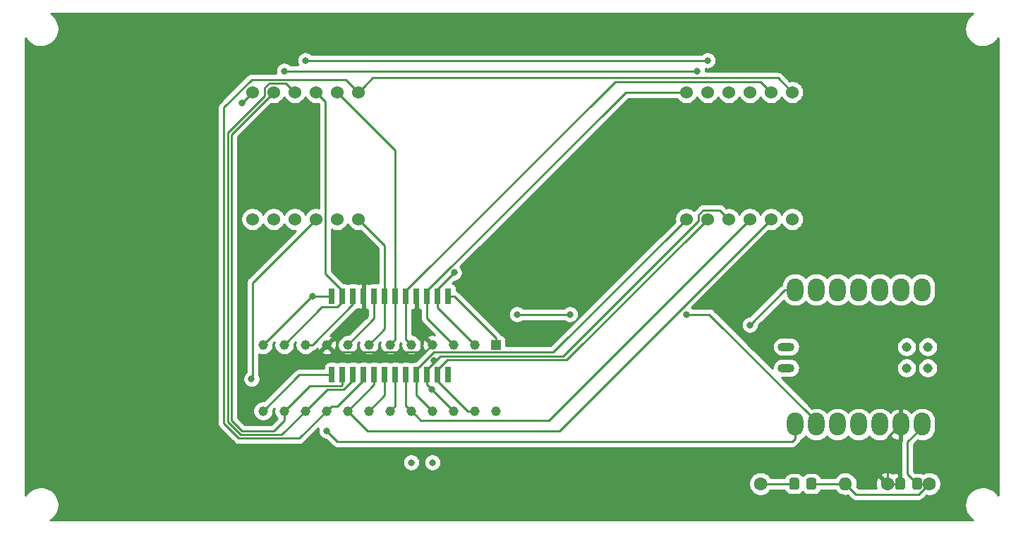
<source format=gtl>
G04 #@! TF.GenerationSoftware,KiCad,Pcbnew,(5.1.2-1)-1*
G04 #@! TF.CreationDate,2020-07-06T20:22:29+09:00*
G04 #@! TF.ProjectId,usb_7seg,7573625f-3773-4656-972e-6b696361645f,rev?*
G04 #@! TF.SameCoordinates,Original*
G04 #@! TF.FileFunction,Copper,L1,Top*
G04 #@! TF.FilePolarity,Positive*
%FSLAX46Y46*%
G04 Gerber Fmt 4.6, Leading zero omitted, Abs format (unit mm)*
G04 Created by KiCad (PCBNEW (5.1.2-1)-1) date 2020-07-06 20:22:29*
%MOMM*%
%LPD*%
G04 APERTURE LIST*
%ADD10C,1.524000*%
%ADD11C,1.600000*%
%ADD12C,0.100000*%
%ADD13C,1.150000*%
%ADD14R,1.160000X1.160000*%
%ADD15C,1.160000*%
%ADD16R,0.650000X1.925000*%
%ADD17O,1.600000X1.600000*%
%ADD18O,1.998980X2.748280*%
%ADD19O,2.032000X1.016000*%
%ADD20C,1.143000*%
%ADD21C,0.800000*%
%ADD22C,0.250000*%
%ADD23C,0.254000*%
G04 APERTURE END LIST*
D10*
X102870000Y-50800000D03*
X105410000Y-50800000D03*
X107950000Y-50800000D03*
X110490000Y-50800000D03*
X113030000Y-50800000D03*
X115570000Y-50800000D03*
X115570000Y-35560000D03*
X113030000Y-35560000D03*
X110490000Y-35560000D03*
X107950000Y-35560000D03*
X105410000Y-35560000D03*
X102870000Y-35560000D03*
D11*
X127000000Y-82550000D03*
X132000000Y-82550000D03*
D12*
G36*
X128864505Y-81851204D02*
G01*
X128888773Y-81854804D01*
X128912572Y-81860765D01*
X128935671Y-81869030D01*
X128957850Y-81879520D01*
X128978893Y-81892132D01*
X128998599Y-81906747D01*
X129016777Y-81923223D01*
X129033253Y-81941401D01*
X129047868Y-81961107D01*
X129060480Y-81982150D01*
X129070970Y-82004329D01*
X129079235Y-82027428D01*
X129085196Y-82051227D01*
X129088796Y-82075495D01*
X129090000Y-82099999D01*
X129090000Y-83000001D01*
X129088796Y-83024505D01*
X129085196Y-83048773D01*
X129079235Y-83072572D01*
X129070970Y-83095671D01*
X129060480Y-83117850D01*
X129047868Y-83138893D01*
X129033253Y-83158599D01*
X129016777Y-83176777D01*
X128998599Y-83193253D01*
X128978893Y-83207868D01*
X128957850Y-83220480D01*
X128935671Y-83230970D01*
X128912572Y-83239235D01*
X128888773Y-83245196D01*
X128864505Y-83248796D01*
X128840001Y-83250000D01*
X128189999Y-83250000D01*
X128165495Y-83248796D01*
X128141227Y-83245196D01*
X128117428Y-83239235D01*
X128094329Y-83230970D01*
X128072150Y-83220480D01*
X128051107Y-83207868D01*
X128031401Y-83193253D01*
X128013223Y-83176777D01*
X127996747Y-83158599D01*
X127982132Y-83138893D01*
X127969520Y-83117850D01*
X127959030Y-83095671D01*
X127950765Y-83072572D01*
X127944804Y-83048773D01*
X127941204Y-83024505D01*
X127940000Y-83000001D01*
X127940000Y-82099999D01*
X127941204Y-82075495D01*
X127944804Y-82051227D01*
X127950765Y-82027428D01*
X127959030Y-82004329D01*
X127969520Y-81982150D01*
X127982132Y-81961107D01*
X127996747Y-81941401D01*
X128013223Y-81923223D01*
X128031401Y-81906747D01*
X128051107Y-81892132D01*
X128072150Y-81879520D01*
X128094329Y-81869030D01*
X128117428Y-81860765D01*
X128141227Y-81854804D01*
X128165495Y-81851204D01*
X128189999Y-81850000D01*
X128840001Y-81850000D01*
X128864505Y-81851204D01*
X128864505Y-81851204D01*
G37*
D13*
X128515000Y-82550000D03*
D12*
G36*
X130914505Y-81851204D02*
G01*
X130938773Y-81854804D01*
X130962572Y-81860765D01*
X130985671Y-81869030D01*
X131007850Y-81879520D01*
X131028893Y-81892132D01*
X131048599Y-81906747D01*
X131066777Y-81923223D01*
X131083253Y-81941401D01*
X131097868Y-81961107D01*
X131110480Y-81982150D01*
X131120970Y-82004329D01*
X131129235Y-82027428D01*
X131135196Y-82051227D01*
X131138796Y-82075495D01*
X131140000Y-82099999D01*
X131140000Y-83000001D01*
X131138796Y-83024505D01*
X131135196Y-83048773D01*
X131129235Y-83072572D01*
X131120970Y-83095671D01*
X131110480Y-83117850D01*
X131097868Y-83138893D01*
X131083253Y-83158599D01*
X131066777Y-83176777D01*
X131048599Y-83193253D01*
X131028893Y-83207868D01*
X131007850Y-83220480D01*
X130985671Y-83230970D01*
X130962572Y-83239235D01*
X130938773Y-83245196D01*
X130914505Y-83248796D01*
X130890001Y-83250000D01*
X130239999Y-83250000D01*
X130215495Y-83248796D01*
X130191227Y-83245196D01*
X130167428Y-83239235D01*
X130144329Y-83230970D01*
X130122150Y-83220480D01*
X130101107Y-83207868D01*
X130081401Y-83193253D01*
X130063223Y-83176777D01*
X130046747Y-83158599D01*
X130032132Y-83138893D01*
X130019520Y-83117850D01*
X130009030Y-83095671D01*
X130000765Y-83072572D01*
X129994804Y-83048773D01*
X129991204Y-83024505D01*
X129990000Y-83000001D01*
X129990000Y-82099999D01*
X129991204Y-82075495D01*
X129994804Y-82051227D01*
X130000765Y-82027428D01*
X130009030Y-82004329D01*
X130019520Y-81982150D01*
X130032132Y-81961107D01*
X130046747Y-81941401D01*
X130063223Y-81923223D01*
X130081401Y-81906747D01*
X130101107Y-81892132D01*
X130122150Y-81879520D01*
X130144329Y-81869030D01*
X130167428Y-81860765D01*
X130191227Y-81854804D01*
X130215495Y-81851204D01*
X130239999Y-81850000D01*
X130890001Y-81850000D01*
X130914505Y-81851204D01*
X130914505Y-81851204D01*
G37*
D13*
X130565000Y-82550000D03*
D14*
X80010000Y-65880000D03*
D15*
X77470000Y-65880000D03*
X74930000Y-65880000D03*
X72390000Y-65880000D03*
X69850000Y-65880000D03*
X67310000Y-65880000D03*
X64770000Y-65880000D03*
X62230000Y-65880000D03*
X59690000Y-65880000D03*
X57150000Y-65880000D03*
X54610000Y-65880000D03*
X52070000Y-65880000D03*
X52070000Y-73820000D03*
X54610000Y-73820000D03*
X57150000Y-73820000D03*
X59690000Y-73820000D03*
X62230000Y-73820000D03*
X64770000Y-73820000D03*
X67310000Y-73820000D03*
X69850000Y-73820000D03*
X72390000Y-73820000D03*
X74930000Y-73820000D03*
X77470000Y-73820000D03*
X80010000Y-73820000D03*
D16*
X74295000Y-60058000D03*
X73025000Y-60058000D03*
X71755000Y-60058000D03*
X70485000Y-60058000D03*
X69215000Y-60058000D03*
X67945000Y-60058000D03*
X66675000Y-60058000D03*
X65405000Y-60058000D03*
X64135000Y-60058000D03*
X62865000Y-60058000D03*
X61595000Y-60058000D03*
X60325000Y-60058000D03*
X60325000Y-69482000D03*
X61595000Y-69482000D03*
X62865000Y-69482000D03*
X64135000Y-69482000D03*
X65405000Y-69482000D03*
X66675000Y-69482000D03*
X67945000Y-69482000D03*
X69215000Y-69482000D03*
X70485000Y-69482000D03*
X71755000Y-69482000D03*
X73025000Y-69482000D03*
X74295000Y-69482000D03*
D11*
X111760000Y-82550000D03*
D17*
X121920000Y-82550000D03*
D12*
G36*
X118214505Y-81851204D02*
G01*
X118238773Y-81854804D01*
X118262572Y-81860765D01*
X118285671Y-81869030D01*
X118307850Y-81879520D01*
X118328893Y-81892132D01*
X118348599Y-81906747D01*
X118366777Y-81923223D01*
X118383253Y-81941401D01*
X118397868Y-81961107D01*
X118410480Y-81982150D01*
X118420970Y-82004329D01*
X118429235Y-82027428D01*
X118435196Y-82051227D01*
X118438796Y-82075495D01*
X118440000Y-82099999D01*
X118440000Y-83000001D01*
X118438796Y-83024505D01*
X118435196Y-83048773D01*
X118429235Y-83072572D01*
X118420970Y-83095671D01*
X118410480Y-83117850D01*
X118397868Y-83138893D01*
X118383253Y-83158599D01*
X118366777Y-83176777D01*
X118348599Y-83193253D01*
X118328893Y-83207868D01*
X118307850Y-83220480D01*
X118285671Y-83230970D01*
X118262572Y-83239235D01*
X118238773Y-83245196D01*
X118214505Y-83248796D01*
X118190001Y-83250000D01*
X117539999Y-83250000D01*
X117515495Y-83248796D01*
X117491227Y-83245196D01*
X117467428Y-83239235D01*
X117444329Y-83230970D01*
X117422150Y-83220480D01*
X117401107Y-83207868D01*
X117381401Y-83193253D01*
X117363223Y-83176777D01*
X117346747Y-83158599D01*
X117332132Y-83138893D01*
X117319520Y-83117850D01*
X117309030Y-83095671D01*
X117300765Y-83072572D01*
X117294804Y-83048773D01*
X117291204Y-83024505D01*
X117290000Y-83000001D01*
X117290000Y-82099999D01*
X117291204Y-82075495D01*
X117294804Y-82051227D01*
X117300765Y-82027428D01*
X117309030Y-82004329D01*
X117319520Y-81982150D01*
X117332132Y-81961107D01*
X117346747Y-81941401D01*
X117363223Y-81923223D01*
X117381401Y-81906747D01*
X117401107Y-81892132D01*
X117422150Y-81879520D01*
X117444329Y-81869030D01*
X117467428Y-81860765D01*
X117491227Y-81854804D01*
X117515495Y-81851204D01*
X117539999Y-81850000D01*
X118190001Y-81850000D01*
X118214505Y-81851204D01*
X118214505Y-81851204D01*
G37*
D13*
X117865000Y-82550000D03*
D12*
G36*
X116164505Y-81851204D02*
G01*
X116188773Y-81854804D01*
X116212572Y-81860765D01*
X116235671Y-81869030D01*
X116257850Y-81879520D01*
X116278893Y-81892132D01*
X116298599Y-81906747D01*
X116316777Y-81923223D01*
X116333253Y-81941401D01*
X116347868Y-81961107D01*
X116360480Y-81982150D01*
X116370970Y-82004329D01*
X116379235Y-82027428D01*
X116385196Y-82051227D01*
X116388796Y-82075495D01*
X116390000Y-82099999D01*
X116390000Y-83000001D01*
X116388796Y-83024505D01*
X116385196Y-83048773D01*
X116379235Y-83072572D01*
X116370970Y-83095671D01*
X116360480Y-83117850D01*
X116347868Y-83138893D01*
X116333253Y-83158599D01*
X116316777Y-83176777D01*
X116298599Y-83193253D01*
X116278893Y-83207868D01*
X116257850Y-83220480D01*
X116235671Y-83230970D01*
X116212572Y-83239235D01*
X116188773Y-83245196D01*
X116164505Y-83248796D01*
X116140001Y-83250000D01*
X115489999Y-83250000D01*
X115465495Y-83248796D01*
X115441227Y-83245196D01*
X115417428Y-83239235D01*
X115394329Y-83230970D01*
X115372150Y-83220480D01*
X115351107Y-83207868D01*
X115331401Y-83193253D01*
X115313223Y-83176777D01*
X115296747Y-83158599D01*
X115282132Y-83138893D01*
X115269520Y-83117850D01*
X115259030Y-83095671D01*
X115250765Y-83072572D01*
X115244804Y-83048773D01*
X115241204Y-83024505D01*
X115240000Y-83000001D01*
X115240000Y-82099999D01*
X115241204Y-82075495D01*
X115244804Y-82051227D01*
X115250765Y-82027428D01*
X115259030Y-82004329D01*
X115269520Y-81982150D01*
X115282132Y-81961107D01*
X115296747Y-81941401D01*
X115313223Y-81923223D01*
X115331401Y-81906747D01*
X115351107Y-81892132D01*
X115372150Y-81879520D01*
X115394329Y-81869030D01*
X115417428Y-81860765D01*
X115441227Y-81854804D01*
X115465495Y-81851204D01*
X115489999Y-81850000D01*
X116140001Y-81850000D01*
X116164505Y-81851204D01*
X116164505Y-81851204D01*
G37*
D13*
X115815000Y-82550000D03*
D18*
X131147820Y-75417680D03*
X128607820Y-75417680D03*
X126067820Y-75417680D03*
X123527820Y-75417680D03*
X120987820Y-75417680D03*
X118447820Y-75417680D03*
X115907820Y-75417680D03*
X115907820Y-59253120D03*
X118447820Y-59253120D03*
X120987820Y-59253120D03*
X123527820Y-59253120D03*
X126067820Y-59253120D03*
X128607820Y-59253120D03*
X131147820Y-59253120D03*
D19*
X114830000Y-66120000D03*
X114830000Y-68670000D03*
D20*
X131834187Y-66118803D03*
X131834187Y-68658803D03*
X129294187Y-66118803D03*
X129294187Y-68658803D03*
D10*
X50800000Y-50800000D03*
X53340000Y-50800000D03*
X55880000Y-50800000D03*
X58420000Y-50800000D03*
X60960000Y-50800000D03*
X63500000Y-50800000D03*
X63500000Y-35560000D03*
X60960000Y-35560000D03*
X58420000Y-35560000D03*
X55880000Y-35560000D03*
X53340000Y-35560000D03*
X50800000Y-35560000D03*
D21*
X87630000Y-78740000D03*
X110490000Y-63500000D03*
X49530000Y-36830000D03*
X74990403Y-57210403D03*
X58052000Y-60058000D03*
X88900000Y-62230000D03*
X102870000Y-62230000D03*
X82550000Y-62230000D03*
X59690000Y-76200000D03*
X104140000Y-33020000D03*
X54610000Y-33020000D03*
X105410000Y-31750000D03*
X57150000Y-31750000D03*
X72390000Y-80010000D03*
X50677653Y-69972347D03*
X72310000Y-71200000D03*
X72607059Y-67747747D03*
X69850000Y-80010000D03*
D22*
X127000000Y-77025500D02*
X128607820Y-75417680D01*
X127000000Y-82550000D02*
X128515000Y-82550000D01*
X64135000Y-61435000D02*
X64135000Y-60058000D01*
X59690000Y-65880000D02*
X64135000Y-61435000D01*
X70485000Y-63975000D02*
X70485000Y-60058000D01*
X72390000Y-65880000D02*
X70485000Y-63975000D01*
X60595001Y-66785001D02*
X60269999Y-66459999D01*
X71484999Y-66785001D02*
X60595001Y-66785001D01*
X60269999Y-66459999D02*
X59690000Y-65880000D01*
X72390000Y-65880000D02*
X71484999Y-66785001D01*
X127000000Y-82550000D02*
X127000000Y-77470000D01*
X127000000Y-77470000D02*
X127000000Y-77025500D01*
X125730000Y-78740000D02*
X127000000Y-77470000D01*
X87630000Y-78740000D02*
X125730000Y-78740000D01*
X75018000Y-60058000D02*
X74870000Y-60058000D01*
X74870000Y-60058000D02*
X74295000Y-60058000D01*
X80010000Y-65050000D02*
X75018000Y-60058000D01*
X80010000Y-65880000D02*
X80010000Y-65050000D01*
X110490000Y-63500000D02*
X114658330Y-59331670D01*
X115829270Y-59331670D02*
X115907820Y-59253120D01*
X114658330Y-59331670D02*
X115829270Y-59331670D01*
X73025000Y-61435000D02*
X73025000Y-60058000D01*
X77470000Y-65880000D02*
X73025000Y-61435000D01*
X73025000Y-60058000D02*
X73025000Y-59420500D01*
X50800000Y-35560000D02*
X49530000Y-36830000D01*
X73025000Y-59175806D02*
X73025000Y-60058000D01*
X74990403Y-57210403D02*
X73025000Y-59175806D01*
X71755000Y-62705000D02*
X71755000Y-60058000D01*
X74930000Y-65880000D02*
X71755000Y-62705000D01*
X95615500Y-35560000D02*
X101792370Y-35560000D01*
X101792370Y-35560000D02*
X102870000Y-35560000D01*
X71755000Y-59420500D02*
X95615500Y-35560000D01*
X71755000Y-60058000D02*
X71755000Y-59420500D01*
X69215000Y-65245000D02*
X69215000Y-60058000D01*
X69850000Y-65880000D02*
X69215000Y-65245000D01*
X69215000Y-59420500D02*
X94345500Y-34290000D01*
X69215000Y-60058000D02*
X69215000Y-59420500D01*
X111760000Y-34290000D02*
X113030000Y-35560000D01*
X94345500Y-34290000D02*
X111760000Y-34290000D01*
X67945000Y-65245000D02*
X67945000Y-60058000D01*
X67310000Y-65880000D02*
X67945000Y-65245000D01*
X67945000Y-42545000D02*
X60960000Y-35560000D01*
X67945000Y-60058000D02*
X67945000Y-42545000D01*
X66675000Y-63975000D02*
X66675000Y-60058000D01*
X64770000Y-65880000D02*
X66675000Y-63975000D01*
X66675000Y-53975000D02*
X63500000Y-50800000D01*
X66675000Y-60058000D02*
X66675000Y-53975000D01*
X65405000Y-62705000D02*
X65405000Y-60058000D01*
X62230000Y-65880000D02*
X65405000Y-62705000D01*
X62865000Y-60985243D02*
X62865000Y-60058000D01*
X57150000Y-65880000D02*
X57970243Y-65880000D01*
X57970243Y-65880000D02*
X62865000Y-60985243D01*
X60944999Y-61345501D02*
X61595000Y-60695500D01*
X59144499Y-61345501D02*
X60944999Y-61345501D01*
X61595000Y-60695500D02*
X61595000Y-60058000D01*
X54610000Y-65880000D02*
X59144499Y-61345501D01*
X59181999Y-36321999D02*
X58420000Y-35560000D01*
X59507001Y-36647001D02*
X59181999Y-36321999D01*
X59507001Y-57332501D02*
X59507001Y-36647001D01*
X61595000Y-59420500D02*
X59507001Y-57332501D01*
X61595000Y-60058000D02*
X61595000Y-59420500D01*
X57892000Y-60058000D02*
X52070000Y-65880000D01*
X60325000Y-60058000D02*
X58052000Y-60058000D01*
X58052000Y-60058000D02*
X57892000Y-60058000D01*
X118447820Y-75043030D02*
X118447820Y-75417680D01*
X105634790Y-62230000D02*
X118447820Y-75043030D01*
X102870000Y-62230000D02*
X105634790Y-62230000D01*
X82550000Y-62230000D02*
X88900000Y-62230000D01*
X56408000Y-69482000D02*
X60325000Y-69482000D01*
X52070000Y-73820000D02*
X56408000Y-69482000D01*
X115907820Y-75417680D02*
X115907820Y-77132180D01*
X115907820Y-77132180D02*
X115570000Y-77470000D01*
X115570000Y-77470000D02*
X60960000Y-77470000D01*
X60960000Y-77470000D02*
X59690000Y-76200000D01*
X59690000Y-76200000D02*
X59690000Y-76200000D01*
X61595000Y-70694500D02*
X61595000Y-69482000D01*
X57660499Y-70769501D02*
X61519999Y-70769501D01*
X61519999Y-70769501D02*
X61595000Y-70694500D01*
X54610000Y-73820000D02*
X57660499Y-70769501D01*
X48260000Y-40640000D02*
X53340000Y-35560000D01*
X49530000Y-76200000D02*
X48260000Y-74930000D01*
X48260000Y-74930000D02*
X48260000Y-40640000D01*
X53340000Y-76200000D02*
X49530000Y-76200000D01*
X54610000Y-74930000D02*
X53340000Y-76200000D01*
X54610000Y-73820000D02*
X54610000Y-74930000D01*
X104140000Y-33020000D02*
X54610000Y-33020000D01*
X61764989Y-71219511D02*
X62865000Y-70119500D01*
X62865000Y-70119500D02*
X62865000Y-69482000D01*
X59750489Y-71219511D02*
X61764989Y-71219511D01*
X57150000Y-73820000D02*
X59750489Y-71219511D01*
X54792999Y-34472999D02*
X55118001Y-34798001D01*
X55118001Y-34798001D02*
X55880000Y-35560000D01*
X47809990Y-75116400D02*
X47809991Y-40453599D01*
X52252999Y-35038239D02*
X52818239Y-34472999D01*
X47809991Y-40453599D02*
X52252999Y-36010591D01*
X49343599Y-76650009D02*
X47809990Y-75116400D01*
X52252999Y-36010591D02*
X52252999Y-35038239D01*
X54319991Y-76650009D02*
X49343599Y-76650009D01*
X52818239Y-34472999D02*
X54792999Y-34472999D01*
X57150000Y-73820000D02*
X54319991Y-76650009D01*
X105410000Y-31750000D02*
X57150000Y-31750000D01*
X64135000Y-70119500D02*
X64135000Y-69482000D01*
X61014499Y-73240001D02*
X64135000Y-70119500D01*
X60269999Y-73240001D02*
X61014499Y-73240001D01*
X59690000Y-73820000D02*
X60269999Y-73240001D01*
X50728249Y-34022989D02*
X61962989Y-34022989D01*
X61962989Y-34022989D02*
X62738001Y-34798001D01*
X47359981Y-37391257D02*
X50728249Y-34022989D01*
X47359981Y-75302799D02*
X47359981Y-37391257D01*
X49157198Y-77100018D02*
X47359981Y-75302799D01*
X62738001Y-34798001D02*
X63500000Y-35560000D01*
X56409982Y-77100018D02*
X49157198Y-77100018D01*
X59690000Y-73820000D02*
X56409982Y-77100018D01*
X65220010Y-33839990D02*
X64261999Y-34798001D01*
X64261999Y-34798001D02*
X63500000Y-35560000D01*
X113849990Y-33839990D02*
X65220010Y-33839990D01*
X115570000Y-35560000D02*
X113849990Y-33839990D01*
X65405000Y-70645000D02*
X65405000Y-69482000D01*
X62230000Y-73820000D02*
X65405000Y-70645000D01*
X62230000Y-73820000D02*
X64610000Y-76200000D01*
X64610000Y-76200000D02*
X87630000Y-76200000D01*
X87630000Y-76200000D02*
X113030000Y-50800000D01*
X131147820Y-75792330D02*
X131147820Y-75417680D01*
X129415010Y-77525140D02*
X131147820Y-75792330D01*
X67945000Y-73185000D02*
X67945000Y-69482000D01*
X67310000Y-73820000D02*
X67945000Y-73185000D01*
X121920000Y-82550000D02*
X117865000Y-82550000D01*
X132000000Y-82550000D02*
X130565000Y-82550000D01*
X129415010Y-81400010D02*
X130565000Y-82550000D01*
X129415010Y-77525140D02*
X129415010Y-81400010D01*
X123190000Y-83820000D02*
X122719999Y-83349999D01*
X122719999Y-83349999D02*
X121920000Y-82550000D01*
X130730000Y-83820000D02*
X123190000Y-83820000D01*
X132000000Y-82550000D02*
X130730000Y-83820000D01*
X69215000Y-73185000D02*
X69215000Y-69482000D01*
X69850000Y-73820000D02*
X69215000Y-73185000D01*
X70429999Y-74399999D02*
X69850000Y-73820000D01*
X70960000Y-74930000D02*
X70429999Y-74399999D01*
X86360000Y-74930000D02*
X70960000Y-74930000D01*
X110490000Y-50800000D02*
X86360000Y-74930000D01*
X50800000Y-69850000D02*
X50677653Y-69972347D01*
X50800000Y-58420000D02*
X50800000Y-69850000D01*
X58420000Y-50800000D02*
X50800000Y-58420000D01*
X70485000Y-71915000D02*
X70485000Y-69482000D01*
X72390000Y-73820000D02*
X70485000Y-71915000D01*
X72544499Y-66785001D02*
X86884999Y-66785001D01*
X70485000Y-68844500D02*
X72544499Y-66785001D01*
X102108001Y-51561999D02*
X102870000Y-50800000D01*
X86884999Y-66785001D02*
X102108001Y-51561999D01*
X70485000Y-69482000D02*
X70485000Y-68844500D01*
X71755000Y-70645000D02*
X71755000Y-69482000D01*
X104888239Y-49712999D02*
X106862999Y-49712999D01*
X104322999Y-50955763D02*
X104322999Y-50278239D01*
X73364489Y-67235011D02*
X88043751Y-67235011D01*
X106862999Y-49712999D02*
X107188001Y-50038001D01*
X107188001Y-50038001D02*
X107950000Y-50800000D01*
X71755000Y-69482000D02*
X71755000Y-68844500D01*
X104322999Y-50278239D02*
X104888239Y-49712999D01*
X88043751Y-67235011D02*
X104322999Y-50955763D01*
X74930000Y-73820000D02*
X72310000Y-71200000D01*
X72310000Y-71200000D02*
X71755000Y-70645000D01*
X71755000Y-68844500D02*
X73364489Y-67235011D01*
X73025000Y-70195243D02*
X73025000Y-69482000D01*
X76649757Y-73820000D02*
X73025000Y-70195243D01*
X77470000Y-73820000D02*
X76649757Y-73820000D01*
X104648001Y-51561999D02*
X105410000Y-50800000D01*
X73025000Y-69482000D02*
X73025000Y-68844500D01*
X88524979Y-67685021D02*
X104648001Y-51561999D01*
X73025000Y-68844500D02*
X74184479Y-67685021D01*
X74184479Y-67685021D02*
X88524979Y-67685021D01*
X66675000Y-71915000D02*
X66675000Y-69482000D01*
X64770000Y-73820000D02*
X66675000Y-71915000D01*
X115815000Y-82550000D02*
X111760000Y-82550000D01*
D23*
G36*
X137185844Y-26149895D02*
G01*
X136861839Y-26425645D01*
X136597565Y-26759076D01*
X136403087Y-27137488D01*
X136285814Y-27546468D01*
X136250212Y-27970438D01*
X136297638Y-28393247D01*
X136426285Y-28798793D01*
X136631253Y-29171628D01*
X136904734Y-29497550D01*
X137236312Y-29764146D01*
X137613358Y-29961261D01*
X138021509Y-30081386D01*
X138445219Y-30119947D01*
X138868350Y-30075474D01*
X139274784Y-29949662D01*
X139649041Y-29747302D01*
X139976864Y-29476103D01*
X140245768Y-29146394D01*
X140275001Y-29091415D01*
X140275000Y-83945376D01*
X140211376Y-83833378D01*
X139933371Y-83511305D01*
X139598102Y-83249365D01*
X139218342Y-83057534D01*
X138808553Y-82943119D01*
X138384346Y-82910478D01*
X137961877Y-82960854D01*
X137557239Y-83092329D01*
X137185844Y-83299895D01*
X136861839Y-83575645D01*
X136597565Y-83909076D01*
X136403087Y-84287488D01*
X136285814Y-84696468D01*
X136250212Y-85120438D01*
X136297638Y-85543247D01*
X136426285Y-85948793D01*
X136631253Y-86321628D01*
X136904734Y-86647550D01*
X137236312Y-86914146D01*
X137276202Y-86935000D01*
X26549320Y-86935000D01*
X26619041Y-86897302D01*
X26946864Y-86626103D01*
X27215768Y-86296394D01*
X27415510Y-85920733D01*
X27538482Y-85513431D01*
X27580000Y-85090000D01*
X27579150Y-85029131D01*
X27525826Y-84607024D01*
X27391529Y-84203314D01*
X27181376Y-83833378D01*
X26903371Y-83511305D01*
X26568102Y-83249365D01*
X26188342Y-83057534D01*
X25778553Y-82943119D01*
X25354346Y-82910478D01*
X24931877Y-82960854D01*
X24527239Y-83092329D01*
X24155844Y-83299895D01*
X23831839Y-83575645D01*
X23567565Y-83909076D01*
X23555000Y-83933525D01*
X23555000Y-82408665D01*
X110325000Y-82408665D01*
X110325000Y-82691335D01*
X110380147Y-82968574D01*
X110488320Y-83229727D01*
X110645363Y-83464759D01*
X110845241Y-83664637D01*
X111080273Y-83821680D01*
X111341426Y-83929853D01*
X111618665Y-83985000D01*
X111901335Y-83985000D01*
X112178574Y-83929853D01*
X112439727Y-83821680D01*
X112674759Y-83664637D01*
X112874637Y-83464759D01*
X112978043Y-83310000D01*
X114660473Y-83310000D01*
X114669528Y-83339851D01*
X114751595Y-83493387D01*
X114862038Y-83627962D01*
X114996613Y-83738405D01*
X115150149Y-83820472D01*
X115316745Y-83871008D01*
X115489999Y-83888072D01*
X116140001Y-83888072D01*
X116313255Y-83871008D01*
X116479851Y-83820472D01*
X116633387Y-83738405D01*
X116767962Y-83627962D01*
X116840000Y-83540184D01*
X116912038Y-83627962D01*
X117046613Y-83738405D01*
X117200149Y-83820472D01*
X117366745Y-83871008D01*
X117539999Y-83888072D01*
X118190001Y-83888072D01*
X118363255Y-83871008D01*
X118529851Y-83820472D01*
X118683387Y-83738405D01*
X118817962Y-83627962D01*
X118928405Y-83493387D01*
X119010472Y-83339851D01*
X119019527Y-83310000D01*
X120699099Y-83310000D01*
X120721068Y-83351101D01*
X120900392Y-83569608D01*
X121118899Y-83748932D01*
X121368192Y-83882182D01*
X121638691Y-83964236D01*
X121849508Y-83985000D01*
X121990492Y-83985000D01*
X122201309Y-83964236D01*
X122245907Y-83950708D01*
X122626196Y-84330997D01*
X122649999Y-84360001D01*
X122765724Y-84454974D01*
X122897753Y-84525546D01*
X123041014Y-84569003D01*
X123152667Y-84580000D01*
X123152675Y-84580000D01*
X123190000Y-84583676D01*
X123227325Y-84580000D01*
X130692678Y-84580000D01*
X130730000Y-84583676D01*
X130767322Y-84580000D01*
X130767333Y-84580000D01*
X130878986Y-84569003D01*
X131022247Y-84525546D01*
X131154276Y-84454974D01*
X131270001Y-84360001D01*
X131293804Y-84330997D01*
X131676114Y-83948688D01*
X131858665Y-83985000D01*
X132141335Y-83985000D01*
X132418574Y-83929853D01*
X132679727Y-83821680D01*
X132914759Y-83664637D01*
X133114637Y-83464759D01*
X133271680Y-83229727D01*
X133379853Y-82968574D01*
X133435000Y-82691335D01*
X133435000Y-82408665D01*
X133379853Y-82131426D01*
X133271680Y-81870273D01*
X133114637Y-81635241D01*
X132914759Y-81435363D01*
X132679727Y-81278320D01*
X132418574Y-81170147D01*
X132141335Y-81115000D01*
X131858665Y-81115000D01*
X131581426Y-81170147D01*
X131320273Y-81278320D01*
X131279082Y-81305843D01*
X131229851Y-81279528D01*
X131063255Y-81228992D01*
X130890001Y-81211928D01*
X130301730Y-81211928D01*
X130175010Y-81085209D01*
X130175010Y-77839941D01*
X130661967Y-77352985D01*
X130827404Y-77403170D01*
X131147820Y-77434728D01*
X131468235Y-77403170D01*
X131776338Y-77309708D01*
X132060286Y-77157934D01*
X132309171Y-76953681D01*
X132513424Y-76704797D01*
X132665198Y-76420849D01*
X132758660Y-76112746D01*
X132782310Y-75872622D01*
X132782310Y-74962739D01*
X132758660Y-74722614D01*
X132665198Y-74414511D01*
X132513424Y-74130563D01*
X132309171Y-73881679D01*
X132060287Y-73677426D01*
X131776339Y-73525652D01*
X131468236Y-73432190D01*
X131147820Y-73400632D01*
X130827405Y-73432190D01*
X130519302Y-73525652D01*
X130235354Y-73677426D01*
X129986470Y-73881679D01*
X129879572Y-74011935D01*
X129673776Y-73797468D01*
X129410297Y-73613443D01*
X129115979Y-73484357D01*
X128988174Y-73453411D01*
X128734820Y-73572765D01*
X128734820Y-75290680D01*
X128754820Y-75290680D01*
X128754820Y-75544680D01*
X128734820Y-75544680D01*
X128734820Y-77185457D01*
X128709464Y-77232894D01*
X128666007Y-77376155D01*
X128655010Y-77487808D01*
X128655010Y-77487818D01*
X128651334Y-77525140D01*
X128655010Y-77562463D01*
X128655011Y-81360739D01*
X128642000Y-81373750D01*
X128642000Y-82423000D01*
X128662000Y-82423000D01*
X128662000Y-82677000D01*
X128642000Y-82677000D01*
X128642000Y-82697000D01*
X128429495Y-82697000D01*
X128440217Y-82479488D01*
X128398787Y-82199870D01*
X128388000Y-82169706D01*
X128388000Y-81373750D01*
X128229250Y-81215000D01*
X127940000Y-81211928D01*
X127815518Y-81224188D01*
X127695820Y-81260498D01*
X127664848Y-81277053D01*
X127486004Y-81192429D01*
X127211816Y-81123700D01*
X126929488Y-81109783D01*
X126649870Y-81151213D01*
X126383708Y-81246397D01*
X126258486Y-81313329D01*
X126186903Y-81557298D01*
X127000000Y-82370395D01*
X127014143Y-82356253D01*
X127193748Y-82535858D01*
X127179605Y-82550000D01*
X127193748Y-82564143D01*
X127014143Y-82743748D01*
X127000000Y-82729605D01*
X126985858Y-82743748D01*
X126806253Y-82564143D01*
X126820395Y-82550000D01*
X126007298Y-81736903D01*
X125763329Y-81808486D01*
X125642429Y-82063996D01*
X125573700Y-82338184D01*
X125559783Y-82620512D01*
X125601213Y-82900130D01*
X125658385Y-83060000D01*
X123504801Y-83060000D01*
X123320708Y-82875907D01*
X123334236Y-82831309D01*
X123361943Y-82550000D01*
X123334236Y-82268691D01*
X123252182Y-81998192D01*
X123118932Y-81748899D01*
X122939608Y-81530392D01*
X122721101Y-81351068D01*
X122471808Y-81217818D01*
X122201309Y-81135764D01*
X121990492Y-81115000D01*
X121849508Y-81115000D01*
X121638691Y-81135764D01*
X121368192Y-81217818D01*
X121118899Y-81351068D01*
X120900392Y-81530392D01*
X120721068Y-81748899D01*
X120699099Y-81790000D01*
X119019527Y-81790000D01*
X119010472Y-81760149D01*
X118928405Y-81606613D01*
X118817962Y-81472038D01*
X118683387Y-81361595D01*
X118529851Y-81279528D01*
X118363255Y-81228992D01*
X118190001Y-81211928D01*
X117539999Y-81211928D01*
X117366745Y-81228992D01*
X117200149Y-81279528D01*
X117046613Y-81361595D01*
X116912038Y-81472038D01*
X116840000Y-81559816D01*
X116767962Y-81472038D01*
X116633387Y-81361595D01*
X116479851Y-81279528D01*
X116313255Y-81228992D01*
X116140001Y-81211928D01*
X115489999Y-81211928D01*
X115316745Y-81228992D01*
X115150149Y-81279528D01*
X114996613Y-81361595D01*
X114862038Y-81472038D01*
X114751595Y-81606613D01*
X114669528Y-81760149D01*
X114660473Y-81790000D01*
X112978043Y-81790000D01*
X112874637Y-81635241D01*
X112674759Y-81435363D01*
X112439727Y-81278320D01*
X112178574Y-81170147D01*
X111901335Y-81115000D01*
X111618665Y-81115000D01*
X111341426Y-81170147D01*
X111080273Y-81278320D01*
X110845241Y-81435363D01*
X110645363Y-81635241D01*
X110488320Y-81870273D01*
X110380147Y-82131426D01*
X110325000Y-82408665D01*
X23555000Y-82408665D01*
X23555000Y-79908061D01*
X68815000Y-79908061D01*
X68815000Y-80111939D01*
X68854774Y-80311898D01*
X68932795Y-80500256D01*
X69046063Y-80669774D01*
X69190226Y-80813937D01*
X69359744Y-80927205D01*
X69548102Y-81005226D01*
X69748061Y-81045000D01*
X69951939Y-81045000D01*
X70151898Y-81005226D01*
X70340256Y-80927205D01*
X70509774Y-80813937D01*
X70653937Y-80669774D01*
X70767205Y-80500256D01*
X70845226Y-80311898D01*
X70885000Y-80111939D01*
X70885000Y-79908061D01*
X71355000Y-79908061D01*
X71355000Y-80111939D01*
X71394774Y-80311898D01*
X71472795Y-80500256D01*
X71586063Y-80669774D01*
X71730226Y-80813937D01*
X71899744Y-80927205D01*
X72088102Y-81005226D01*
X72288061Y-81045000D01*
X72491939Y-81045000D01*
X72691898Y-81005226D01*
X72880256Y-80927205D01*
X73049774Y-80813937D01*
X73193937Y-80669774D01*
X73307205Y-80500256D01*
X73385226Y-80311898D01*
X73425000Y-80111939D01*
X73425000Y-79908061D01*
X73385226Y-79708102D01*
X73307205Y-79519744D01*
X73193937Y-79350226D01*
X73049774Y-79206063D01*
X72880256Y-79092795D01*
X72691898Y-79014774D01*
X72491939Y-78975000D01*
X72288061Y-78975000D01*
X72088102Y-79014774D01*
X71899744Y-79092795D01*
X71730226Y-79206063D01*
X71586063Y-79350226D01*
X71472795Y-79519744D01*
X71394774Y-79708102D01*
X71355000Y-79908061D01*
X70885000Y-79908061D01*
X70845226Y-79708102D01*
X70767205Y-79519744D01*
X70653937Y-79350226D01*
X70509774Y-79206063D01*
X70340256Y-79092795D01*
X70151898Y-79014774D01*
X69951939Y-78975000D01*
X69748061Y-78975000D01*
X69548102Y-79014774D01*
X69359744Y-79092795D01*
X69190226Y-79206063D01*
X69046063Y-79350226D01*
X68932795Y-79519744D01*
X68854774Y-79708102D01*
X68815000Y-79908061D01*
X23555000Y-79908061D01*
X23555000Y-37391257D01*
X46596305Y-37391257D01*
X46599982Y-37428590D01*
X46599981Y-75265476D01*
X46596305Y-75302799D01*
X46599981Y-75340121D01*
X46599981Y-75340131D01*
X46610978Y-75451784D01*
X46654435Y-75595045D01*
X46725007Y-75727074D01*
X46819980Y-75842800D01*
X46848983Y-75866602D01*
X48593403Y-77611026D01*
X48617197Y-77640019D01*
X48646190Y-77663813D01*
X48646194Y-77663817D01*
X48658755Y-77674125D01*
X48732922Y-77734992D01*
X48864951Y-77805564D01*
X49008212Y-77849021D01*
X49119865Y-77860018D01*
X49119874Y-77860018D01*
X49157197Y-77863694D01*
X49194520Y-77860018D01*
X56372660Y-77860018D01*
X56409982Y-77863694D01*
X56447304Y-77860018D01*
X56447315Y-77860018D01*
X56558968Y-77849021D01*
X56702229Y-77805564D01*
X56834258Y-77734992D01*
X56949983Y-77640019D01*
X56973786Y-77611015D01*
X58700484Y-75884318D01*
X58694774Y-75898102D01*
X58655000Y-76098061D01*
X58655000Y-76301939D01*
X58694774Y-76501898D01*
X58772795Y-76690256D01*
X58886063Y-76859774D01*
X59030226Y-77003937D01*
X59199744Y-77117205D01*
X59388102Y-77195226D01*
X59588061Y-77235000D01*
X59650199Y-77235000D01*
X60396201Y-77981003D01*
X60419999Y-78010001D01*
X60535724Y-78104974D01*
X60667753Y-78175546D01*
X60811014Y-78219003D01*
X60922667Y-78230000D01*
X60922676Y-78230000D01*
X60959999Y-78233676D01*
X60997322Y-78230000D01*
X115532678Y-78230000D01*
X115570000Y-78233676D01*
X115607322Y-78230000D01*
X115607333Y-78230000D01*
X115718986Y-78219003D01*
X115862247Y-78175546D01*
X115994276Y-78104974D01*
X116110001Y-78010001D01*
X116133804Y-77980997D01*
X116418817Y-77695984D01*
X116447821Y-77672181D01*
X116542794Y-77556456D01*
X116613366Y-77424427D01*
X116656823Y-77281166D01*
X116660551Y-77243314D01*
X116820286Y-77157934D01*
X117069171Y-76953681D01*
X117177820Y-76821291D01*
X117286469Y-76953681D01*
X117535353Y-77157934D01*
X117819301Y-77309708D01*
X118127404Y-77403170D01*
X118447820Y-77434728D01*
X118768235Y-77403170D01*
X119076338Y-77309708D01*
X119360286Y-77157934D01*
X119609171Y-76953681D01*
X119717820Y-76821291D01*
X119826469Y-76953681D01*
X120075353Y-77157934D01*
X120359301Y-77309708D01*
X120667404Y-77403170D01*
X120987820Y-77434728D01*
X121308235Y-77403170D01*
X121616338Y-77309708D01*
X121900286Y-77157934D01*
X122149171Y-76953681D01*
X122257820Y-76821291D01*
X122366469Y-76953681D01*
X122615353Y-77157934D01*
X122899301Y-77309708D01*
X123207404Y-77403170D01*
X123527820Y-77434728D01*
X123848235Y-77403170D01*
X124156338Y-77309708D01*
X124440286Y-77157934D01*
X124689171Y-76953681D01*
X124797820Y-76821291D01*
X124906469Y-76953681D01*
X125155353Y-77157934D01*
X125439301Y-77309708D01*
X125747404Y-77403170D01*
X126067820Y-77434728D01*
X126388235Y-77403170D01*
X126696338Y-77309708D01*
X126980286Y-77157934D01*
X127229171Y-76953681D01*
X127336069Y-76823425D01*
X127541864Y-77037892D01*
X127805343Y-77221917D01*
X128099661Y-77351003D01*
X128227466Y-77381949D01*
X128480820Y-77262595D01*
X128480820Y-75544680D01*
X128460820Y-75544680D01*
X128460820Y-75290680D01*
X128480820Y-75290680D01*
X128480820Y-73572765D01*
X128227466Y-73453411D01*
X128099661Y-73484357D01*
X127805343Y-73613443D01*
X127541864Y-73797468D01*
X127336069Y-74011935D01*
X127229171Y-73881679D01*
X126980287Y-73677426D01*
X126696339Y-73525652D01*
X126388236Y-73432190D01*
X126067820Y-73400632D01*
X125747405Y-73432190D01*
X125439302Y-73525652D01*
X125155354Y-73677426D01*
X124906470Y-73881679D01*
X124797820Y-74014069D01*
X124689171Y-73881679D01*
X124440287Y-73677426D01*
X124156339Y-73525652D01*
X123848236Y-73432190D01*
X123527820Y-73400632D01*
X123207405Y-73432190D01*
X122899302Y-73525652D01*
X122615354Y-73677426D01*
X122366470Y-73881679D01*
X122257820Y-74014069D01*
X122149171Y-73881679D01*
X121900287Y-73677426D01*
X121616339Y-73525652D01*
X121308236Y-73432190D01*
X120987820Y-73400632D01*
X120667405Y-73432190D01*
X120359302Y-73525652D01*
X120075354Y-73677426D01*
X119826470Y-73881679D01*
X119717820Y-74014069D01*
X119609171Y-73881679D01*
X119360287Y-73677426D01*
X119076339Y-73525652D01*
X118768236Y-73432190D01*
X118447820Y-73400632D01*
X118127405Y-73432190D01*
X117961967Y-73482375D01*
X114292592Y-69813000D01*
X115394146Y-69813000D01*
X115562067Y-69796461D01*
X115777523Y-69731103D01*
X115976089Y-69624968D01*
X116150133Y-69482133D01*
X116292968Y-69308089D01*
X116399103Y-69109523D01*
X116464461Y-68894067D01*
X116486530Y-68670000D01*
X116473724Y-68539973D01*
X128087687Y-68539973D01*
X128087687Y-68777633D01*
X128134052Y-69010726D01*
X128225000Y-69230295D01*
X128357037Y-69427902D01*
X128525088Y-69595953D01*
X128722695Y-69727990D01*
X128942264Y-69818938D01*
X129175357Y-69865303D01*
X129413017Y-69865303D01*
X129646110Y-69818938D01*
X129865679Y-69727990D01*
X130063286Y-69595953D01*
X130231337Y-69427902D01*
X130363374Y-69230295D01*
X130454322Y-69010726D01*
X130500687Y-68777633D01*
X130500687Y-68539973D01*
X130627687Y-68539973D01*
X130627687Y-68777633D01*
X130674052Y-69010726D01*
X130765000Y-69230295D01*
X130897037Y-69427902D01*
X131065088Y-69595953D01*
X131262695Y-69727990D01*
X131482264Y-69818938D01*
X131715357Y-69865303D01*
X131953017Y-69865303D01*
X132186110Y-69818938D01*
X132405679Y-69727990D01*
X132603286Y-69595953D01*
X132771337Y-69427902D01*
X132903374Y-69230295D01*
X132994322Y-69010726D01*
X133040687Y-68777633D01*
X133040687Y-68539973D01*
X132994322Y-68306880D01*
X132903374Y-68087311D01*
X132771337Y-67889704D01*
X132603286Y-67721653D01*
X132405679Y-67589616D01*
X132186110Y-67498668D01*
X131953017Y-67452303D01*
X131715357Y-67452303D01*
X131482264Y-67498668D01*
X131262695Y-67589616D01*
X131065088Y-67721653D01*
X130897037Y-67889704D01*
X130765000Y-68087311D01*
X130674052Y-68306880D01*
X130627687Y-68539973D01*
X130500687Y-68539973D01*
X130454322Y-68306880D01*
X130363374Y-68087311D01*
X130231337Y-67889704D01*
X130063286Y-67721653D01*
X129865679Y-67589616D01*
X129646110Y-67498668D01*
X129413017Y-67452303D01*
X129175357Y-67452303D01*
X128942264Y-67498668D01*
X128722695Y-67589616D01*
X128525088Y-67721653D01*
X128357037Y-67889704D01*
X128225000Y-68087311D01*
X128134052Y-68306880D01*
X128087687Y-68539973D01*
X116473724Y-68539973D01*
X116464461Y-68445933D01*
X116399103Y-68230477D01*
X116292968Y-68031911D01*
X116150133Y-67857867D01*
X115976089Y-67715032D01*
X115777523Y-67608897D01*
X115562067Y-67543539D01*
X115394146Y-67527000D01*
X114265854Y-67527000D01*
X114097933Y-67543539D01*
X113882477Y-67608897D01*
X113683911Y-67715032D01*
X113509867Y-67857867D01*
X113367032Y-68031911D01*
X113260897Y-68230477D01*
X113195539Y-68445933D01*
X113173470Y-68670000D01*
X113176079Y-68696487D01*
X110599592Y-66120000D01*
X113173470Y-66120000D01*
X113195539Y-66344067D01*
X113260897Y-66559523D01*
X113367032Y-66758089D01*
X113509867Y-66932133D01*
X113683911Y-67074968D01*
X113882477Y-67181103D01*
X114097933Y-67246461D01*
X114265854Y-67263000D01*
X115394146Y-67263000D01*
X115562067Y-67246461D01*
X115777523Y-67181103D01*
X115976089Y-67074968D01*
X116150133Y-66932133D01*
X116292968Y-66758089D01*
X116399103Y-66559523D01*
X116464461Y-66344067D01*
X116486530Y-66120000D01*
X116474709Y-65999973D01*
X128087687Y-65999973D01*
X128087687Y-66237633D01*
X128134052Y-66470726D01*
X128225000Y-66690295D01*
X128357037Y-66887902D01*
X128525088Y-67055953D01*
X128722695Y-67187990D01*
X128942264Y-67278938D01*
X129175357Y-67325303D01*
X129413017Y-67325303D01*
X129646110Y-67278938D01*
X129865679Y-67187990D01*
X130063286Y-67055953D01*
X130231337Y-66887902D01*
X130363374Y-66690295D01*
X130454322Y-66470726D01*
X130500687Y-66237633D01*
X130500687Y-65999973D01*
X130627687Y-65999973D01*
X130627687Y-66237633D01*
X130674052Y-66470726D01*
X130765000Y-66690295D01*
X130897037Y-66887902D01*
X131065088Y-67055953D01*
X131262695Y-67187990D01*
X131482264Y-67278938D01*
X131715357Y-67325303D01*
X131953017Y-67325303D01*
X132186110Y-67278938D01*
X132405679Y-67187990D01*
X132603286Y-67055953D01*
X132771337Y-66887902D01*
X132903374Y-66690295D01*
X132994322Y-66470726D01*
X133040687Y-66237633D01*
X133040687Y-65999973D01*
X132994322Y-65766880D01*
X132903374Y-65547311D01*
X132771337Y-65349704D01*
X132603286Y-65181653D01*
X132405679Y-65049616D01*
X132186110Y-64958668D01*
X131953017Y-64912303D01*
X131715357Y-64912303D01*
X131482264Y-64958668D01*
X131262695Y-65049616D01*
X131065088Y-65181653D01*
X130897037Y-65349704D01*
X130765000Y-65547311D01*
X130674052Y-65766880D01*
X130627687Y-65999973D01*
X130500687Y-65999973D01*
X130454322Y-65766880D01*
X130363374Y-65547311D01*
X130231337Y-65349704D01*
X130063286Y-65181653D01*
X129865679Y-65049616D01*
X129646110Y-64958668D01*
X129413017Y-64912303D01*
X129175357Y-64912303D01*
X128942264Y-64958668D01*
X128722695Y-65049616D01*
X128525088Y-65181653D01*
X128357037Y-65349704D01*
X128225000Y-65547311D01*
X128134052Y-65766880D01*
X128087687Y-65999973D01*
X116474709Y-65999973D01*
X116464461Y-65895933D01*
X116399103Y-65680477D01*
X116292968Y-65481911D01*
X116150133Y-65307867D01*
X115976089Y-65165032D01*
X115777523Y-65058897D01*
X115562067Y-64993539D01*
X115394146Y-64977000D01*
X114265854Y-64977000D01*
X114097933Y-64993539D01*
X113882477Y-65058897D01*
X113683911Y-65165032D01*
X113509867Y-65307867D01*
X113367032Y-65481911D01*
X113260897Y-65680477D01*
X113195539Y-65895933D01*
X113173470Y-66120000D01*
X110599592Y-66120000D01*
X107877653Y-63398061D01*
X109455000Y-63398061D01*
X109455000Y-63601939D01*
X109494774Y-63801898D01*
X109572795Y-63990256D01*
X109686063Y-64159774D01*
X109830226Y-64303937D01*
X109999744Y-64417205D01*
X110188102Y-64495226D01*
X110388061Y-64535000D01*
X110591939Y-64535000D01*
X110791898Y-64495226D01*
X110980256Y-64417205D01*
X111149774Y-64303937D01*
X111293937Y-64159774D01*
X111407205Y-63990256D01*
X111485226Y-63801898D01*
X111525000Y-63601939D01*
X111525000Y-63539801D01*
X114536068Y-60528734D01*
X114542216Y-60540236D01*
X114746469Y-60789121D01*
X114995353Y-60993374D01*
X115279301Y-61145148D01*
X115587404Y-61238610D01*
X115907820Y-61270168D01*
X116228235Y-61238610D01*
X116536338Y-61145148D01*
X116820286Y-60993374D01*
X117069171Y-60789121D01*
X117177820Y-60656731D01*
X117286469Y-60789121D01*
X117535353Y-60993374D01*
X117819301Y-61145148D01*
X118127404Y-61238610D01*
X118447820Y-61270168D01*
X118768235Y-61238610D01*
X119076338Y-61145148D01*
X119360286Y-60993374D01*
X119609171Y-60789121D01*
X119717820Y-60656731D01*
X119826469Y-60789121D01*
X120075353Y-60993374D01*
X120359301Y-61145148D01*
X120667404Y-61238610D01*
X120987820Y-61270168D01*
X121308235Y-61238610D01*
X121616338Y-61145148D01*
X121900286Y-60993374D01*
X122149171Y-60789121D01*
X122257820Y-60656731D01*
X122366469Y-60789121D01*
X122615353Y-60993374D01*
X122899301Y-61145148D01*
X123207404Y-61238610D01*
X123527820Y-61270168D01*
X123848235Y-61238610D01*
X124156338Y-61145148D01*
X124440286Y-60993374D01*
X124689171Y-60789121D01*
X124797820Y-60656731D01*
X124906469Y-60789121D01*
X125155353Y-60993374D01*
X125439301Y-61145148D01*
X125747404Y-61238610D01*
X126067820Y-61270168D01*
X126388235Y-61238610D01*
X126696338Y-61145148D01*
X126980286Y-60993374D01*
X127229171Y-60789121D01*
X127337820Y-60656731D01*
X127446469Y-60789121D01*
X127695353Y-60993374D01*
X127979301Y-61145148D01*
X128287404Y-61238610D01*
X128607820Y-61270168D01*
X128928235Y-61238610D01*
X129236338Y-61145148D01*
X129520286Y-60993374D01*
X129769171Y-60789121D01*
X129877820Y-60656731D01*
X129986469Y-60789121D01*
X130235353Y-60993374D01*
X130519301Y-61145148D01*
X130827404Y-61238610D01*
X131147820Y-61270168D01*
X131468235Y-61238610D01*
X131776338Y-61145148D01*
X132060286Y-60993374D01*
X132309171Y-60789121D01*
X132513424Y-60540237D01*
X132665198Y-60256289D01*
X132758660Y-59948186D01*
X132782310Y-59708062D01*
X132782310Y-58798179D01*
X132758660Y-58558054D01*
X132665198Y-58249951D01*
X132513424Y-57966003D01*
X132309171Y-57717119D01*
X132060287Y-57512866D01*
X131776339Y-57361092D01*
X131468236Y-57267630D01*
X131147820Y-57236072D01*
X130827405Y-57267630D01*
X130519302Y-57361092D01*
X130235354Y-57512866D01*
X129986470Y-57717119D01*
X129877820Y-57849509D01*
X129769171Y-57717119D01*
X129520287Y-57512866D01*
X129236339Y-57361092D01*
X128928236Y-57267630D01*
X128607820Y-57236072D01*
X128287405Y-57267630D01*
X127979302Y-57361092D01*
X127695354Y-57512866D01*
X127446470Y-57717119D01*
X127337820Y-57849509D01*
X127229171Y-57717119D01*
X126980287Y-57512866D01*
X126696339Y-57361092D01*
X126388236Y-57267630D01*
X126067820Y-57236072D01*
X125747405Y-57267630D01*
X125439302Y-57361092D01*
X125155354Y-57512866D01*
X124906470Y-57717119D01*
X124797820Y-57849509D01*
X124689171Y-57717119D01*
X124440287Y-57512866D01*
X124156339Y-57361092D01*
X123848236Y-57267630D01*
X123527820Y-57236072D01*
X123207405Y-57267630D01*
X122899302Y-57361092D01*
X122615354Y-57512866D01*
X122366470Y-57717119D01*
X122257820Y-57849509D01*
X122149171Y-57717119D01*
X121900287Y-57512866D01*
X121616339Y-57361092D01*
X121308236Y-57267630D01*
X120987820Y-57236072D01*
X120667405Y-57267630D01*
X120359302Y-57361092D01*
X120075354Y-57512866D01*
X119826470Y-57717119D01*
X119717820Y-57849509D01*
X119609171Y-57717119D01*
X119360287Y-57512866D01*
X119076339Y-57361092D01*
X118768236Y-57267630D01*
X118447820Y-57236072D01*
X118127405Y-57267630D01*
X117819302Y-57361092D01*
X117535354Y-57512866D01*
X117286470Y-57717119D01*
X117177820Y-57849509D01*
X117069171Y-57717119D01*
X116820287Y-57512866D01*
X116536339Y-57361092D01*
X116228236Y-57267630D01*
X115907820Y-57236072D01*
X115587405Y-57267630D01*
X115279302Y-57361092D01*
X114995354Y-57512866D01*
X114746470Y-57717119D01*
X114542216Y-57966003D01*
X114390442Y-58249951D01*
X114296980Y-58558054D01*
X114286063Y-58668896D01*
X114234054Y-58696696D01*
X114118329Y-58791669D01*
X114094531Y-58820667D01*
X110450199Y-62465000D01*
X110388061Y-62465000D01*
X110188102Y-62504774D01*
X109999744Y-62582795D01*
X109830226Y-62696063D01*
X109686063Y-62840226D01*
X109572795Y-63009744D01*
X109494774Y-63198102D01*
X109455000Y-63398061D01*
X107877653Y-63398061D01*
X106198594Y-61719003D01*
X106174791Y-61689999D01*
X106059066Y-61595026D01*
X105927037Y-61524454D01*
X105783776Y-61480997D01*
X105672123Y-61470000D01*
X105672112Y-61470000D01*
X105634790Y-61466324D01*
X105597468Y-61470000D01*
X103573711Y-61470000D01*
X103529774Y-61426063D01*
X103499181Y-61405621D01*
X112738431Y-52166372D01*
X112892408Y-52197000D01*
X113167592Y-52197000D01*
X113437490Y-52143314D01*
X113691727Y-52038005D01*
X113920535Y-51885120D01*
X114115120Y-51690535D01*
X114268005Y-51461727D01*
X114300000Y-51384485D01*
X114331995Y-51461727D01*
X114484880Y-51690535D01*
X114679465Y-51885120D01*
X114908273Y-52038005D01*
X115162510Y-52143314D01*
X115432408Y-52197000D01*
X115707592Y-52197000D01*
X115977490Y-52143314D01*
X116231727Y-52038005D01*
X116460535Y-51885120D01*
X116655120Y-51690535D01*
X116808005Y-51461727D01*
X116913314Y-51207490D01*
X116967000Y-50937592D01*
X116967000Y-50662408D01*
X116913314Y-50392510D01*
X116808005Y-50138273D01*
X116655120Y-49909465D01*
X116460535Y-49714880D01*
X116231727Y-49561995D01*
X115977490Y-49456686D01*
X115707592Y-49403000D01*
X115432408Y-49403000D01*
X115162510Y-49456686D01*
X114908273Y-49561995D01*
X114679465Y-49714880D01*
X114484880Y-49909465D01*
X114331995Y-50138273D01*
X114300000Y-50215515D01*
X114268005Y-50138273D01*
X114115120Y-49909465D01*
X113920535Y-49714880D01*
X113691727Y-49561995D01*
X113437490Y-49456686D01*
X113167592Y-49403000D01*
X112892408Y-49403000D01*
X112622510Y-49456686D01*
X112368273Y-49561995D01*
X112139465Y-49714880D01*
X111944880Y-49909465D01*
X111791995Y-50138273D01*
X111760000Y-50215515D01*
X111728005Y-50138273D01*
X111575120Y-49909465D01*
X111380535Y-49714880D01*
X111151727Y-49561995D01*
X110897490Y-49456686D01*
X110627592Y-49403000D01*
X110352408Y-49403000D01*
X110082510Y-49456686D01*
X109828273Y-49561995D01*
X109599465Y-49714880D01*
X109404880Y-49909465D01*
X109251995Y-50138273D01*
X109220000Y-50215515D01*
X109188005Y-50138273D01*
X109035120Y-49909465D01*
X108840535Y-49714880D01*
X108611727Y-49561995D01*
X108357490Y-49456686D01*
X108087592Y-49403000D01*
X107812408Y-49403000D01*
X107658429Y-49433628D01*
X107426803Y-49202002D01*
X107403000Y-49172998D01*
X107287275Y-49078025D01*
X107155246Y-49007453D01*
X107011985Y-48963996D01*
X106900332Y-48952999D01*
X106900321Y-48952999D01*
X106862999Y-48949323D01*
X106825677Y-48952999D01*
X104925561Y-48952999D01*
X104888238Y-48949323D01*
X104850915Y-48952999D01*
X104850906Y-48952999D01*
X104739253Y-48963996D01*
X104595992Y-49007453D01*
X104463962Y-49078025D01*
X104380322Y-49146667D01*
X104348238Y-49172998D01*
X104324439Y-49201997D01*
X103811997Y-49714440D01*
X103783490Y-49737835D01*
X103760535Y-49714880D01*
X103531727Y-49561995D01*
X103277490Y-49456686D01*
X103007592Y-49403000D01*
X102732408Y-49403000D01*
X102462510Y-49456686D01*
X102208273Y-49561995D01*
X101979465Y-49714880D01*
X101784880Y-49909465D01*
X101631995Y-50138273D01*
X101526686Y-50392510D01*
X101473000Y-50662408D01*
X101473000Y-50937592D01*
X101503628Y-51091570D01*
X86570198Y-66025001D01*
X81228072Y-66025001D01*
X81228072Y-65300000D01*
X81215812Y-65175518D01*
X81179502Y-65055820D01*
X81120537Y-64945506D01*
X81041185Y-64848815D01*
X80944494Y-64769463D01*
X80834180Y-64710498D01*
X80714482Y-64674188D01*
X80668456Y-64669655D01*
X80644974Y-64625723D01*
X80573799Y-64538997D01*
X80550001Y-64509999D01*
X80521003Y-64486201D01*
X78162863Y-62128061D01*
X81515000Y-62128061D01*
X81515000Y-62331939D01*
X81554774Y-62531898D01*
X81632795Y-62720256D01*
X81746063Y-62889774D01*
X81890226Y-63033937D01*
X82059744Y-63147205D01*
X82248102Y-63225226D01*
X82448061Y-63265000D01*
X82651939Y-63265000D01*
X82851898Y-63225226D01*
X83040256Y-63147205D01*
X83209774Y-63033937D01*
X83253711Y-62990000D01*
X88196289Y-62990000D01*
X88240226Y-63033937D01*
X88409744Y-63147205D01*
X88598102Y-63225226D01*
X88798061Y-63265000D01*
X89001939Y-63265000D01*
X89201898Y-63225226D01*
X89390256Y-63147205D01*
X89559774Y-63033937D01*
X89703937Y-62889774D01*
X89817205Y-62720256D01*
X89895226Y-62531898D01*
X89935000Y-62331939D01*
X89935000Y-62128061D01*
X89895226Y-61928102D01*
X89817205Y-61739744D01*
X89703937Y-61570226D01*
X89559774Y-61426063D01*
X89390256Y-61312795D01*
X89201898Y-61234774D01*
X89001939Y-61195000D01*
X88798061Y-61195000D01*
X88598102Y-61234774D01*
X88409744Y-61312795D01*
X88240226Y-61426063D01*
X88196289Y-61470000D01*
X83253711Y-61470000D01*
X83209774Y-61426063D01*
X83040256Y-61312795D01*
X82851898Y-61234774D01*
X82651939Y-61195000D01*
X82448061Y-61195000D01*
X82248102Y-61234774D01*
X82059744Y-61312795D01*
X81890226Y-61426063D01*
X81746063Y-61570226D01*
X81632795Y-61739744D01*
X81554774Y-61928102D01*
X81515000Y-62128061D01*
X78162863Y-62128061D01*
X75581804Y-59547003D01*
X75558001Y-59517999D01*
X75442276Y-59423026D01*
X75310247Y-59352454D01*
X75258072Y-59336627D01*
X75258072Y-59095500D01*
X75245812Y-58971018D01*
X75209502Y-58851320D01*
X75150537Y-58741006D01*
X75071185Y-58644315D01*
X74974494Y-58564963D01*
X74864180Y-58505998D01*
X74791620Y-58483987D01*
X75030205Y-58245403D01*
X75092342Y-58245403D01*
X75292301Y-58205629D01*
X75480659Y-58127608D01*
X75650177Y-58014340D01*
X75794340Y-57870177D01*
X75907608Y-57700659D01*
X75985629Y-57512301D01*
X76025403Y-57312342D01*
X76025403Y-57108464D01*
X75985629Y-56908505D01*
X75907608Y-56720147D01*
X75794340Y-56550629D01*
X75747006Y-56503295D01*
X95930302Y-36320000D01*
X101697659Y-36320000D01*
X101784880Y-36450535D01*
X101979465Y-36645120D01*
X102208273Y-36798005D01*
X102462510Y-36903314D01*
X102732408Y-36957000D01*
X103007592Y-36957000D01*
X103277490Y-36903314D01*
X103531727Y-36798005D01*
X103760535Y-36645120D01*
X103955120Y-36450535D01*
X104108005Y-36221727D01*
X104140000Y-36144485D01*
X104171995Y-36221727D01*
X104324880Y-36450535D01*
X104519465Y-36645120D01*
X104748273Y-36798005D01*
X105002510Y-36903314D01*
X105272408Y-36957000D01*
X105547592Y-36957000D01*
X105817490Y-36903314D01*
X106071727Y-36798005D01*
X106300535Y-36645120D01*
X106495120Y-36450535D01*
X106648005Y-36221727D01*
X106680000Y-36144485D01*
X106711995Y-36221727D01*
X106864880Y-36450535D01*
X107059465Y-36645120D01*
X107288273Y-36798005D01*
X107542510Y-36903314D01*
X107812408Y-36957000D01*
X108087592Y-36957000D01*
X108357490Y-36903314D01*
X108611727Y-36798005D01*
X108840535Y-36645120D01*
X109035120Y-36450535D01*
X109188005Y-36221727D01*
X109220000Y-36144485D01*
X109251995Y-36221727D01*
X109404880Y-36450535D01*
X109599465Y-36645120D01*
X109828273Y-36798005D01*
X110082510Y-36903314D01*
X110352408Y-36957000D01*
X110627592Y-36957000D01*
X110897490Y-36903314D01*
X111151727Y-36798005D01*
X111380535Y-36645120D01*
X111575120Y-36450535D01*
X111728005Y-36221727D01*
X111760000Y-36144485D01*
X111791995Y-36221727D01*
X111944880Y-36450535D01*
X112139465Y-36645120D01*
X112368273Y-36798005D01*
X112622510Y-36903314D01*
X112892408Y-36957000D01*
X113167592Y-36957000D01*
X113437490Y-36903314D01*
X113691727Y-36798005D01*
X113920535Y-36645120D01*
X114115120Y-36450535D01*
X114268005Y-36221727D01*
X114300000Y-36144485D01*
X114331995Y-36221727D01*
X114484880Y-36450535D01*
X114679465Y-36645120D01*
X114908273Y-36798005D01*
X115162510Y-36903314D01*
X115432408Y-36957000D01*
X115707592Y-36957000D01*
X115977490Y-36903314D01*
X116231727Y-36798005D01*
X116460535Y-36645120D01*
X116655120Y-36450535D01*
X116808005Y-36221727D01*
X116913314Y-35967490D01*
X116967000Y-35697592D01*
X116967000Y-35422408D01*
X116913314Y-35152510D01*
X116808005Y-34898273D01*
X116655120Y-34669465D01*
X116460535Y-34474880D01*
X116231727Y-34321995D01*
X115977490Y-34216686D01*
X115707592Y-34163000D01*
X115432408Y-34163000D01*
X115278430Y-34193628D01*
X114413793Y-33328992D01*
X114389991Y-33299989D01*
X114274266Y-33205016D01*
X114142237Y-33134444D01*
X113998976Y-33090987D01*
X113887323Y-33079990D01*
X113887312Y-33079990D01*
X113849990Y-33076314D01*
X113812668Y-33079990D01*
X105175000Y-33079990D01*
X105175000Y-32918061D01*
X105141961Y-32751961D01*
X105308061Y-32785000D01*
X105511939Y-32785000D01*
X105711898Y-32745226D01*
X105900256Y-32667205D01*
X106069774Y-32553937D01*
X106213937Y-32409774D01*
X106327205Y-32240256D01*
X106405226Y-32051898D01*
X106445000Y-31851939D01*
X106445000Y-31648061D01*
X106405226Y-31448102D01*
X106327205Y-31259744D01*
X106213937Y-31090226D01*
X106069774Y-30946063D01*
X105900256Y-30832795D01*
X105711898Y-30754774D01*
X105511939Y-30715000D01*
X105308061Y-30715000D01*
X105108102Y-30754774D01*
X104919744Y-30832795D01*
X104750226Y-30946063D01*
X104706289Y-30990000D01*
X57853711Y-30990000D01*
X57809774Y-30946063D01*
X57640256Y-30832795D01*
X57451898Y-30754774D01*
X57251939Y-30715000D01*
X57048061Y-30715000D01*
X56848102Y-30754774D01*
X56659744Y-30832795D01*
X56490226Y-30946063D01*
X56346063Y-31090226D01*
X56232795Y-31259744D01*
X56154774Y-31448102D01*
X56115000Y-31648061D01*
X56115000Y-31851939D01*
X56154774Y-32051898D01*
X56232795Y-32240256D01*
X56245987Y-32260000D01*
X55313711Y-32260000D01*
X55269774Y-32216063D01*
X55100256Y-32102795D01*
X54911898Y-32024774D01*
X54711939Y-31985000D01*
X54508061Y-31985000D01*
X54308102Y-32024774D01*
X54119744Y-32102795D01*
X53950226Y-32216063D01*
X53806063Y-32360226D01*
X53692795Y-32529744D01*
X53614774Y-32718102D01*
X53575000Y-32918061D01*
X53575000Y-33121939D01*
X53603056Y-33262989D01*
X50765571Y-33262989D01*
X50728248Y-33259313D01*
X50690925Y-33262989D01*
X50690916Y-33262989D01*
X50579263Y-33273986D01*
X50436002Y-33317443D01*
X50303973Y-33388015D01*
X50188248Y-33482988D01*
X50164450Y-33511986D01*
X46848979Y-36827458D01*
X46819981Y-36851256D01*
X46796183Y-36880254D01*
X46796182Y-36880255D01*
X46725007Y-36966981D01*
X46654435Y-37099011D01*
X46627744Y-37187002D01*
X46620526Y-37210800D01*
X46610979Y-37242272D01*
X46596305Y-37391257D01*
X23555000Y-37391257D01*
X23555000Y-29087494D01*
X23601253Y-29171628D01*
X23874734Y-29497550D01*
X24206312Y-29764146D01*
X24583358Y-29961261D01*
X24991509Y-30081386D01*
X25415219Y-30119947D01*
X25838350Y-30075474D01*
X26244784Y-29949662D01*
X26619041Y-29747302D01*
X26946864Y-29476103D01*
X27215768Y-29146394D01*
X27415510Y-28770733D01*
X27538482Y-28363431D01*
X27580000Y-27940000D01*
X27579150Y-27879131D01*
X27525826Y-27457024D01*
X27391529Y-27053314D01*
X27181376Y-26683378D01*
X26903371Y-26361305D01*
X26568102Y-26099365D01*
X26559461Y-26095000D01*
X137284067Y-26095000D01*
X137185844Y-26149895D01*
X137185844Y-26149895D01*
G37*
X137185844Y-26149895D02*
X136861839Y-26425645D01*
X136597565Y-26759076D01*
X136403087Y-27137488D01*
X136285814Y-27546468D01*
X136250212Y-27970438D01*
X136297638Y-28393247D01*
X136426285Y-28798793D01*
X136631253Y-29171628D01*
X136904734Y-29497550D01*
X137236312Y-29764146D01*
X137613358Y-29961261D01*
X138021509Y-30081386D01*
X138445219Y-30119947D01*
X138868350Y-30075474D01*
X139274784Y-29949662D01*
X139649041Y-29747302D01*
X139976864Y-29476103D01*
X140245768Y-29146394D01*
X140275001Y-29091415D01*
X140275000Y-83945376D01*
X140211376Y-83833378D01*
X139933371Y-83511305D01*
X139598102Y-83249365D01*
X139218342Y-83057534D01*
X138808553Y-82943119D01*
X138384346Y-82910478D01*
X137961877Y-82960854D01*
X137557239Y-83092329D01*
X137185844Y-83299895D01*
X136861839Y-83575645D01*
X136597565Y-83909076D01*
X136403087Y-84287488D01*
X136285814Y-84696468D01*
X136250212Y-85120438D01*
X136297638Y-85543247D01*
X136426285Y-85948793D01*
X136631253Y-86321628D01*
X136904734Y-86647550D01*
X137236312Y-86914146D01*
X137276202Y-86935000D01*
X26549320Y-86935000D01*
X26619041Y-86897302D01*
X26946864Y-86626103D01*
X27215768Y-86296394D01*
X27415510Y-85920733D01*
X27538482Y-85513431D01*
X27580000Y-85090000D01*
X27579150Y-85029131D01*
X27525826Y-84607024D01*
X27391529Y-84203314D01*
X27181376Y-83833378D01*
X26903371Y-83511305D01*
X26568102Y-83249365D01*
X26188342Y-83057534D01*
X25778553Y-82943119D01*
X25354346Y-82910478D01*
X24931877Y-82960854D01*
X24527239Y-83092329D01*
X24155844Y-83299895D01*
X23831839Y-83575645D01*
X23567565Y-83909076D01*
X23555000Y-83933525D01*
X23555000Y-82408665D01*
X110325000Y-82408665D01*
X110325000Y-82691335D01*
X110380147Y-82968574D01*
X110488320Y-83229727D01*
X110645363Y-83464759D01*
X110845241Y-83664637D01*
X111080273Y-83821680D01*
X111341426Y-83929853D01*
X111618665Y-83985000D01*
X111901335Y-83985000D01*
X112178574Y-83929853D01*
X112439727Y-83821680D01*
X112674759Y-83664637D01*
X112874637Y-83464759D01*
X112978043Y-83310000D01*
X114660473Y-83310000D01*
X114669528Y-83339851D01*
X114751595Y-83493387D01*
X114862038Y-83627962D01*
X114996613Y-83738405D01*
X115150149Y-83820472D01*
X115316745Y-83871008D01*
X115489999Y-83888072D01*
X116140001Y-83888072D01*
X116313255Y-83871008D01*
X116479851Y-83820472D01*
X116633387Y-83738405D01*
X116767962Y-83627962D01*
X116840000Y-83540184D01*
X116912038Y-83627962D01*
X117046613Y-83738405D01*
X117200149Y-83820472D01*
X117366745Y-83871008D01*
X117539999Y-83888072D01*
X118190001Y-83888072D01*
X118363255Y-83871008D01*
X118529851Y-83820472D01*
X118683387Y-83738405D01*
X118817962Y-83627962D01*
X118928405Y-83493387D01*
X119010472Y-83339851D01*
X119019527Y-83310000D01*
X120699099Y-83310000D01*
X120721068Y-83351101D01*
X120900392Y-83569608D01*
X121118899Y-83748932D01*
X121368192Y-83882182D01*
X121638691Y-83964236D01*
X121849508Y-83985000D01*
X121990492Y-83985000D01*
X122201309Y-83964236D01*
X122245907Y-83950708D01*
X122626196Y-84330997D01*
X122649999Y-84360001D01*
X122765724Y-84454974D01*
X122897753Y-84525546D01*
X123041014Y-84569003D01*
X123152667Y-84580000D01*
X123152675Y-84580000D01*
X123190000Y-84583676D01*
X123227325Y-84580000D01*
X130692678Y-84580000D01*
X130730000Y-84583676D01*
X130767322Y-84580000D01*
X130767333Y-84580000D01*
X130878986Y-84569003D01*
X131022247Y-84525546D01*
X131154276Y-84454974D01*
X131270001Y-84360001D01*
X131293804Y-84330997D01*
X131676114Y-83948688D01*
X131858665Y-83985000D01*
X132141335Y-83985000D01*
X132418574Y-83929853D01*
X132679727Y-83821680D01*
X132914759Y-83664637D01*
X133114637Y-83464759D01*
X133271680Y-83229727D01*
X133379853Y-82968574D01*
X133435000Y-82691335D01*
X133435000Y-82408665D01*
X133379853Y-82131426D01*
X133271680Y-81870273D01*
X133114637Y-81635241D01*
X132914759Y-81435363D01*
X132679727Y-81278320D01*
X132418574Y-81170147D01*
X132141335Y-81115000D01*
X131858665Y-81115000D01*
X131581426Y-81170147D01*
X131320273Y-81278320D01*
X131279082Y-81305843D01*
X131229851Y-81279528D01*
X131063255Y-81228992D01*
X130890001Y-81211928D01*
X130301730Y-81211928D01*
X130175010Y-81085209D01*
X130175010Y-77839941D01*
X130661967Y-77352985D01*
X130827404Y-77403170D01*
X131147820Y-77434728D01*
X131468235Y-77403170D01*
X131776338Y-77309708D01*
X132060286Y-77157934D01*
X132309171Y-76953681D01*
X132513424Y-76704797D01*
X132665198Y-76420849D01*
X132758660Y-76112746D01*
X132782310Y-75872622D01*
X132782310Y-74962739D01*
X132758660Y-74722614D01*
X132665198Y-74414511D01*
X132513424Y-74130563D01*
X132309171Y-73881679D01*
X132060287Y-73677426D01*
X131776339Y-73525652D01*
X131468236Y-73432190D01*
X131147820Y-73400632D01*
X130827405Y-73432190D01*
X130519302Y-73525652D01*
X130235354Y-73677426D01*
X129986470Y-73881679D01*
X129879572Y-74011935D01*
X129673776Y-73797468D01*
X129410297Y-73613443D01*
X129115979Y-73484357D01*
X128988174Y-73453411D01*
X128734820Y-73572765D01*
X128734820Y-75290680D01*
X128754820Y-75290680D01*
X128754820Y-75544680D01*
X128734820Y-75544680D01*
X128734820Y-77185457D01*
X128709464Y-77232894D01*
X128666007Y-77376155D01*
X128655010Y-77487808D01*
X128655010Y-77487818D01*
X128651334Y-77525140D01*
X128655010Y-77562463D01*
X128655011Y-81360739D01*
X128642000Y-81373750D01*
X128642000Y-82423000D01*
X128662000Y-82423000D01*
X128662000Y-82677000D01*
X128642000Y-82677000D01*
X128642000Y-82697000D01*
X128429495Y-82697000D01*
X128440217Y-82479488D01*
X128398787Y-82199870D01*
X128388000Y-82169706D01*
X128388000Y-81373750D01*
X128229250Y-81215000D01*
X127940000Y-81211928D01*
X127815518Y-81224188D01*
X127695820Y-81260498D01*
X127664848Y-81277053D01*
X127486004Y-81192429D01*
X127211816Y-81123700D01*
X126929488Y-81109783D01*
X126649870Y-81151213D01*
X126383708Y-81246397D01*
X126258486Y-81313329D01*
X126186903Y-81557298D01*
X127000000Y-82370395D01*
X127014143Y-82356253D01*
X127193748Y-82535858D01*
X127179605Y-82550000D01*
X127193748Y-82564143D01*
X127014143Y-82743748D01*
X127000000Y-82729605D01*
X126985858Y-82743748D01*
X126806253Y-82564143D01*
X126820395Y-82550000D01*
X126007298Y-81736903D01*
X125763329Y-81808486D01*
X125642429Y-82063996D01*
X125573700Y-82338184D01*
X125559783Y-82620512D01*
X125601213Y-82900130D01*
X125658385Y-83060000D01*
X123504801Y-83060000D01*
X123320708Y-82875907D01*
X123334236Y-82831309D01*
X123361943Y-82550000D01*
X123334236Y-82268691D01*
X123252182Y-81998192D01*
X123118932Y-81748899D01*
X122939608Y-81530392D01*
X122721101Y-81351068D01*
X122471808Y-81217818D01*
X122201309Y-81135764D01*
X121990492Y-81115000D01*
X121849508Y-81115000D01*
X121638691Y-81135764D01*
X121368192Y-81217818D01*
X121118899Y-81351068D01*
X120900392Y-81530392D01*
X120721068Y-81748899D01*
X120699099Y-81790000D01*
X119019527Y-81790000D01*
X119010472Y-81760149D01*
X118928405Y-81606613D01*
X118817962Y-81472038D01*
X118683387Y-81361595D01*
X118529851Y-81279528D01*
X118363255Y-81228992D01*
X118190001Y-81211928D01*
X117539999Y-81211928D01*
X117366745Y-81228992D01*
X117200149Y-81279528D01*
X117046613Y-81361595D01*
X116912038Y-81472038D01*
X116840000Y-81559816D01*
X116767962Y-81472038D01*
X116633387Y-81361595D01*
X116479851Y-81279528D01*
X116313255Y-81228992D01*
X116140001Y-81211928D01*
X115489999Y-81211928D01*
X115316745Y-81228992D01*
X115150149Y-81279528D01*
X114996613Y-81361595D01*
X114862038Y-81472038D01*
X114751595Y-81606613D01*
X114669528Y-81760149D01*
X114660473Y-81790000D01*
X112978043Y-81790000D01*
X112874637Y-81635241D01*
X112674759Y-81435363D01*
X112439727Y-81278320D01*
X112178574Y-81170147D01*
X111901335Y-81115000D01*
X111618665Y-81115000D01*
X111341426Y-81170147D01*
X111080273Y-81278320D01*
X110845241Y-81435363D01*
X110645363Y-81635241D01*
X110488320Y-81870273D01*
X110380147Y-82131426D01*
X110325000Y-82408665D01*
X23555000Y-82408665D01*
X23555000Y-79908061D01*
X68815000Y-79908061D01*
X68815000Y-80111939D01*
X68854774Y-80311898D01*
X68932795Y-80500256D01*
X69046063Y-80669774D01*
X69190226Y-80813937D01*
X69359744Y-80927205D01*
X69548102Y-81005226D01*
X69748061Y-81045000D01*
X69951939Y-81045000D01*
X70151898Y-81005226D01*
X70340256Y-80927205D01*
X70509774Y-80813937D01*
X70653937Y-80669774D01*
X70767205Y-80500256D01*
X70845226Y-80311898D01*
X70885000Y-80111939D01*
X70885000Y-79908061D01*
X71355000Y-79908061D01*
X71355000Y-80111939D01*
X71394774Y-80311898D01*
X71472795Y-80500256D01*
X71586063Y-80669774D01*
X71730226Y-80813937D01*
X71899744Y-80927205D01*
X72088102Y-81005226D01*
X72288061Y-81045000D01*
X72491939Y-81045000D01*
X72691898Y-81005226D01*
X72880256Y-80927205D01*
X73049774Y-80813937D01*
X73193937Y-80669774D01*
X73307205Y-80500256D01*
X73385226Y-80311898D01*
X73425000Y-80111939D01*
X73425000Y-79908061D01*
X73385226Y-79708102D01*
X73307205Y-79519744D01*
X73193937Y-79350226D01*
X73049774Y-79206063D01*
X72880256Y-79092795D01*
X72691898Y-79014774D01*
X72491939Y-78975000D01*
X72288061Y-78975000D01*
X72088102Y-79014774D01*
X71899744Y-79092795D01*
X71730226Y-79206063D01*
X71586063Y-79350226D01*
X71472795Y-79519744D01*
X71394774Y-79708102D01*
X71355000Y-79908061D01*
X70885000Y-79908061D01*
X70845226Y-79708102D01*
X70767205Y-79519744D01*
X70653937Y-79350226D01*
X70509774Y-79206063D01*
X70340256Y-79092795D01*
X70151898Y-79014774D01*
X69951939Y-78975000D01*
X69748061Y-78975000D01*
X69548102Y-79014774D01*
X69359744Y-79092795D01*
X69190226Y-79206063D01*
X69046063Y-79350226D01*
X68932795Y-79519744D01*
X68854774Y-79708102D01*
X68815000Y-79908061D01*
X23555000Y-79908061D01*
X23555000Y-37391257D01*
X46596305Y-37391257D01*
X46599982Y-37428590D01*
X46599981Y-75265476D01*
X46596305Y-75302799D01*
X46599981Y-75340121D01*
X46599981Y-75340131D01*
X46610978Y-75451784D01*
X46654435Y-75595045D01*
X46725007Y-75727074D01*
X46819980Y-75842800D01*
X46848983Y-75866602D01*
X48593403Y-77611026D01*
X48617197Y-77640019D01*
X48646190Y-77663813D01*
X48646194Y-77663817D01*
X48658755Y-77674125D01*
X48732922Y-77734992D01*
X48864951Y-77805564D01*
X49008212Y-77849021D01*
X49119865Y-77860018D01*
X49119874Y-77860018D01*
X49157197Y-77863694D01*
X49194520Y-77860018D01*
X56372660Y-77860018D01*
X56409982Y-77863694D01*
X56447304Y-77860018D01*
X56447315Y-77860018D01*
X56558968Y-77849021D01*
X56702229Y-77805564D01*
X56834258Y-77734992D01*
X56949983Y-77640019D01*
X56973786Y-77611015D01*
X58700484Y-75884318D01*
X58694774Y-75898102D01*
X58655000Y-76098061D01*
X58655000Y-76301939D01*
X58694774Y-76501898D01*
X58772795Y-76690256D01*
X58886063Y-76859774D01*
X59030226Y-77003937D01*
X59199744Y-77117205D01*
X59388102Y-77195226D01*
X59588061Y-77235000D01*
X59650199Y-77235000D01*
X60396201Y-77981003D01*
X60419999Y-78010001D01*
X60535724Y-78104974D01*
X60667753Y-78175546D01*
X60811014Y-78219003D01*
X60922667Y-78230000D01*
X60922676Y-78230000D01*
X60959999Y-78233676D01*
X60997322Y-78230000D01*
X115532678Y-78230000D01*
X115570000Y-78233676D01*
X115607322Y-78230000D01*
X115607333Y-78230000D01*
X115718986Y-78219003D01*
X115862247Y-78175546D01*
X115994276Y-78104974D01*
X116110001Y-78010001D01*
X116133804Y-77980997D01*
X116418817Y-77695984D01*
X116447821Y-77672181D01*
X116542794Y-77556456D01*
X116613366Y-77424427D01*
X116656823Y-77281166D01*
X116660551Y-77243314D01*
X116820286Y-77157934D01*
X117069171Y-76953681D01*
X117177820Y-76821291D01*
X117286469Y-76953681D01*
X117535353Y-77157934D01*
X117819301Y-77309708D01*
X118127404Y-77403170D01*
X118447820Y-77434728D01*
X118768235Y-77403170D01*
X119076338Y-77309708D01*
X119360286Y-77157934D01*
X119609171Y-76953681D01*
X119717820Y-76821291D01*
X119826469Y-76953681D01*
X120075353Y-77157934D01*
X120359301Y-77309708D01*
X120667404Y-77403170D01*
X120987820Y-77434728D01*
X121308235Y-77403170D01*
X121616338Y-77309708D01*
X121900286Y-77157934D01*
X122149171Y-76953681D01*
X122257820Y-76821291D01*
X122366469Y-76953681D01*
X122615353Y-77157934D01*
X122899301Y-77309708D01*
X123207404Y-77403170D01*
X123527820Y-77434728D01*
X123848235Y-77403170D01*
X124156338Y-77309708D01*
X124440286Y-77157934D01*
X124689171Y-76953681D01*
X124797820Y-76821291D01*
X124906469Y-76953681D01*
X125155353Y-77157934D01*
X125439301Y-77309708D01*
X125747404Y-77403170D01*
X126067820Y-77434728D01*
X126388235Y-77403170D01*
X126696338Y-77309708D01*
X126980286Y-77157934D01*
X127229171Y-76953681D01*
X127336069Y-76823425D01*
X127541864Y-77037892D01*
X127805343Y-77221917D01*
X128099661Y-77351003D01*
X128227466Y-77381949D01*
X128480820Y-77262595D01*
X128480820Y-75544680D01*
X128460820Y-75544680D01*
X128460820Y-75290680D01*
X128480820Y-75290680D01*
X128480820Y-73572765D01*
X128227466Y-73453411D01*
X128099661Y-73484357D01*
X127805343Y-73613443D01*
X127541864Y-73797468D01*
X127336069Y-74011935D01*
X127229171Y-73881679D01*
X126980287Y-73677426D01*
X126696339Y-73525652D01*
X126388236Y-73432190D01*
X126067820Y-73400632D01*
X125747405Y-73432190D01*
X125439302Y-73525652D01*
X125155354Y-73677426D01*
X124906470Y-73881679D01*
X124797820Y-74014069D01*
X124689171Y-73881679D01*
X124440287Y-73677426D01*
X124156339Y-73525652D01*
X123848236Y-73432190D01*
X123527820Y-73400632D01*
X123207405Y-73432190D01*
X122899302Y-73525652D01*
X122615354Y-73677426D01*
X122366470Y-73881679D01*
X122257820Y-74014069D01*
X122149171Y-73881679D01*
X121900287Y-73677426D01*
X121616339Y-73525652D01*
X121308236Y-73432190D01*
X120987820Y-73400632D01*
X120667405Y-73432190D01*
X120359302Y-73525652D01*
X120075354Y-73677426D01*
X119826470Y-73881679D01*
X119717820Y-74014069D01*
X119609171Y-73881679D01*
X119360287Y-73677426D01*
X119076339Y-73525652D01*
X118768236Y-73432190D01*
X118447820Y-73400632D01*
X118127405Y-73432190D01*
X117961967Y-73482375D01*
X114292592Y-69813000D01*
X115394146Y-69813000D01*
X115562067Y-69796461D01*
X115777523Y-69731103D01*
X115976089Y-69624968D01*
X116150133Y-69482133D01*
X116292968Y-69308089D01*
X116399103Y-69109523D01*
X116464461Y-68894067D01*
X116486530Y-68670000D01*
X116473724Y-68539973D01*
X128087687Y-68539973D01*
X128087687Y-68777633D01*
X128134052Y-69010726D01*
X128225000Y-69230295D01*
X128357037Y-69427902D01*
X128525088Y-69595953D01*
X128722695Y-69727990D01*
X128942264Y-69818938D01*
X129175357Y-69865303D01*
X129413017Y-69865303D01*
X129646110Y-69818938D01*
X129865679Y-69727990D01*
X130063286Y-69595953D01*
X130231337Y-69427902D01*
X130363374Y-69230295D01*
X130454322Y-69010726D01*
X130500687Y-68777633D01*
X130500687Y-68539973D01*
X130627687Y-68539973D01*
X130627687Y-68777633D01*
X130674052Y-69010726D01*
X130765000Y-69230295D01*
X130897037Y-69427902D01*
X131065088Y-69595953D01*
X131262695Y-69727990D01*
X131482264Y-69818938D01*
X131715357Y-69865303D01*
X131953017Y-69865303D01*
X132186110Y-69818938D01*
X132405679Y-69727990D01*
X132603286Y-69595953D01*
X132771337Y-69427902D01*
X132903374Y-69230295D01*
X132994322Y-69010726D01*
X133040687Y-68777633D01*
X133040687Y-68539973D01*
X132994322Y-68306880D01*
X132903374Y-68087311D01*
X132771337Y-67889704D01*
X132603286Y-67721653D01*
X132405679Y-67589616D01*
X132186110Y-67498668D01*
X131953017Y-67452303D01*
X131715357Y-67452303D01*
X131482264Y-67498668D01*
X131262695Y-67589616D01*
X131065088Y-67721653D01*
X130897037Y-67889704D01*
X130765000Y-68087311D01*
X130674052Y-68306880D01*
X130627687Y-68539973D01*
X130500687Y-68539973D01*
X130454322Y-68306880D01*
X130363374Y-68087311D01*
X130231337Y-67889704D01*
X130063286Y-67721653D01*
X129865679Y-67589616D01*
X129646110Y-67498668D01*
X129413017Y-67452303D01*
X129175357Y-67452303D01*
X128942264Y-67498668D01*
X128722695Y-67589616D01*
X128525088Y-67721653D01*
X128357037Y-67889704D01*
X128225000Y-68087311D01*
X128134052Y-68306880D01*
X128087687Y-68539973D01*
X116473724Y-68539973D01*
X116464461Y-68445933D01*
X116399103Y-68230477D01*
X116292968Y-68031911D01*
X116150133Y-67857867D01*
X115976089Y-67715032D01*
X115777523Y-67608897D01*
X115562067Y-67543539D01*
X115394146Y-67527000D01*
X114265854Y-67527000D01*
X114097933Y-67543539D01*
X113882477Y-67608897D01*
X113683911Y-67715032D01*
X113509867Y-67857867D01*
X113367032Y-68031911D01*
X113260897Y-68230477D01*
X113195539Y-68445933D01*
X113173470Y-68670000D01*
X113176079Y-68696487D01*
X110599592Y-66120000D01*
X113173470Y-66120000D01*
X113195539Y-66344067D01*
X113260897Y-66559523D01*
X113367032Y-66758089D01*
X113509867Y-66932133D01*
X113683911Y-67074968D01*
X113882477Y-67181103D01*
X114097933Y-67246461D01*
X114265854Y-67263000D01*
X115394146Y-67263000D01*
X115562067Y-67246461D01*
X115777523Y-67181103D01*
X115976089Y-67074968D01*
X116150133Y-66932133D01*
X116292968Y-66758089D01*
X116399103Y-66559523D01*
X116464461Y-66344067D01*
X116486530Y-66120000D01*
X116474709Y-65999973D01*
X128087687Y-65999973D01*
X128087687Y-66237633D01*
X128134052Y-66470726D01*
X128225000Y-66690295D01*
X128357037Y-66887902D01*
X128525088Y-67055953D01*
X128722695Y-67187990D01*
X128942264Y-67278938D01*
X129175357Y-67325303D01*
X129413017Y-67325303D01*
X129646110Y-67278938D01*
X129865679Y-67187990D01*
X130063286Y-67055953D01*
X130231337Y-66887902D01*
X130363374Y-66690295D01*
X130454322Y-66470726D01*
X130500687Y-66237633D01*
X130500687Y-65999973D01*
X130627687Y-65999973D01*
X130627687Y-66237633D01*
X130674052Y-66470726D01*
X130765000Y-66690295D01*
X130897037Y-66887902D01*
X131065088Y-67055953D01*
X131262695Y-67187990D01*
X131482264Y-67278938D01*
X131715357Y-67325303D01*
X131953017Y-67325303D01*
X132186110Y-67278938D01*
X132405679Y-67187990D01*
X132603286Y-67055953D01*
X132771337Y-66887902D01*
X132903374Y-66690295D01*
X132994322Y-66470726D01*
X133040687Y-66237633D01*
X133040687Y-65999973D01*
X132994322Y-65766880D01*
X132903374Y-65547311D01*
X132771337Y-65349704D01*
X132603286Y-65181653D01*
X132405679Y-65049616D01*
X132186110Y-64958668D01*
X131953017Y-64912303D01*
X131715357Y-64912303D01*
X131482264Y-64958668D01*
X131262695Y-65049616D01*
X131065088Y-65181653D01*
X130897037Y-65349704D01*
X130765000Y-65547311D01*
X130674052Y-65766880D01*
X130627687Y-65999973D01*
X130500687Y-65999973D01*
X130454322Y-65766880D01*
X130363374Y-65547311D01*
X130231337Y-65349704D01*
X130063286Y-65181653D01*
X129865679Y-65049616D01*
X129646110Y-64958668D01*
X129413017Y-64912303D01*
X129175357Y-64912303D01*
X128942264Y-64958668D01*
X128722695Y-65049616D01*
X128525088Y-65181653D01*
X128357037Y-65349704D01*
X128225000Y-65547311D01*
X128134052Y-65766880D01*
X128087687Y-65999973D01*
X116474709Y-65999973D01*
X116464461Y-65895933D01*
X116399103Y-65680477D01*
X116292968Y-65481911D01*
X116150133Y-65307867D01*
X115976089Y-65165032D01*
X115777523Y-65058897D01*
X115562067Y-64993539D01*
X115394146Y-64977000D01*
X114265854Y-64977000D01*
X114097933Y-64993539D01*
X113882477Y-65058897D01*
X113683911Y-65165032D01*
X113509867Y-65307867D01*
X113367032Y-65481911D01*
X113260897Y-65680477D01*
X113195539Y-65895933D01*
X113173470Y-66120000D01*
X110599592Y-66120000D01*
X107877653Y-63398061D01*
X109455000Y-63398061D01*
X109455000Y-63601939D01*
X109494774Y-63801898D01*
X109572795Y-63990256D01*
X109686063Y-64159774D01*
X109830226Y-64303937D01*
X109999744Y-64417205D01*
X110188102Y-64495226D01*
X110388061Y-64535000D01*
X110591939Y-64535000D01*
X110791898Y-64495226D01*
X110980256Y-64417205D01*
X111149774Y-64303937D01*
X111293937Y-64159774D01*
X111407205Y-63990256D01*
X111485226Y-63801898D01*
X111525000Y-63601939D01*
X111525000Y-63539801D01*
X114536068Y-60528734D01*
X114542216Y-60540236D01*
X114746469Y-60789121D01*
X114995353Y-60993374D01*
X115279301Y-61145148D01*
X115587404Y-61238610D01*
X115907820Y-61270168D01*
X116228235Y-61238610D01*
X116536338Y-61145148D01*
X116820286Y-60993374D01*
X117069171Y-60789121D01*
X117177820Y-60656731D01*
X117286469Y-60789121D01*
X117535353Y-60993374D01*
X117819301Y-61145148D01*
X118127404Y-61238610D01*
X118447820Y-61270168D01*
X118768235Y-61238610D01*
X119076338Y-61145148D01*
X119360286Y-60993374D01*
X119609171Y-60789121D01*
X119717820Y-60656731D01*
X119826469Y-60789121D01*
X120075353Y-60993374D01*
X120359301Y-61145148D01*
X120667404Y-61238610D01*
X120987820Y-61270168D01*
X121308235Y-61238610D01*
X121616338Y-61145148D01*
X121900286Y-60993374D01*
X122149171Y-60789121D01*
X122257820Y-60656731D01*
X122366469Y-60789121D01*
X122615353Y-60993374D01*
X122899301Y-61145148D01*
X123207404Y-61238610D01*
X123527820Y-61270168D01*
X123848235Y-61238610D01*
X124156338Y-61145148D01*
X124440286Y-60993374D01*
X124689171Y-60789121D01*
X124797820Y-60656731D01*
X124906469Y-60789121D01*
X125155353Y-60993374D01*
X125439301Y-61145148D01*
X125747404Y-61238610D01*
X126067820Y-61270168D01*
X126388235Y-61238610D01*
X126696338Y-61145148D01*
X126980286Y-60993374D01*
X127229171Y-60789121D01*
X127337820Y-60656731D01*
X127446469Y-60789121D01*
X127695353Y-60993374D01*
X127979301Y-61145148D01*
X128287404Y-61238610D01*
X128607820Y-61270168D01*
X128928235Y-61238610D01*
X129236338Y-61145148D01*
X129520286Y-60993374D01*
X129769171Y-60789121D01*
X129877820Y-60656731D01*
X129986469Y-60789121D01*
X130235353Y-60993374D01*
X130519301Y-61145148D01*
X130827404Y-61238610D01*
X131147820Y-61270168D01*
X131468235Y-61238610D01*
X131776338Y-61145148D01*
X132060286Y-60993374D01*
X132309171Y-60789121D01*
X132513424Y-60540237D01*
X132665198Y-60256289D01*
X132758660Y-59948186D01*
X132782310Y-59708062D01*
X132782310Y-58798179D01*
X132758660Y-58558054D01*
X132665198Y-58249951D01*
X132513424Y-57966003D01*
X132309171Y-57717119D01*
X132060287Y-57512866D01*
X131776339Y-57361092D01*
X131468236Y-57267630D01*
X131147820Y-57236072D01*
X130827405Y-57267630D01*
X130519302Y-57361092D01*
X130235354Y-57512866D01*
X129986470Y-57717119D01*
X129877820Y-57849509D01*
X129769171Y-57717119D01*
X129520287Y-57512866D01*
X129236339Y-57361092D01*
X128928236Y-57267630D01*
X128607820Y-57236072D01*
X128287405Y-57267630D01*
X127979302Y-57361092D01*
X127695354Y-57512866D01*
X127446470Y-57717119D01*
X127337820Y-57849509D01*
X127229171Y-57717119D01*
X126980287Y-57512866D01*
X126696339Y-57361092D01*
X126388236Y-57267630D01*
X126067820Y-57236072D01*
X125747405Y-57267630D01*
X125439302Y-57361092D01*
X125155354Y-57512866D01*
X124906470Y-57717119D01*
X124797820Y-57849509D01*
X124689171Y-57717119D01*
X124440287Y-57512866D01*
X124156339Y-57361092D01*
X123848236Y-57267630D01*
X123527820Y-57236072D01*
X123207405Y-57267630D01*
X122899302Y-57361092D01*
X122615354Y-57512866D01*
X122366470Y-57717119D01*
X122257820Y-57849509D01*
X122149171Y-57717119D01*
X121900287Y-57512866D01*
X121616339Y-57361092D01*
X121308236Y-57267630D01*
X120987820Y-57236072D01*
X120667405Y-57267630D01*
X120359302Y-57361092D01*
X120075354Y-57512866D01*
X119826470Y-57717119D01*
X119717820Y-57849509D01*
X119609171Y-57717119D01*
X119360287Y-57512866D01*
X119076339Y-57361092D01*
X118768236Y-57267630D01*
X118447820Y-57236072D01*
X118127405Y-57267630D01*
X117819302Y-57361092D01*
X117535354Y-57512866D01*
X117286470Y-57717119D01*
X117177820Y-57849509D01*
X117069171Y-57717119D01*
X116820287Y-57512866D01*
X116536339Y-57361092D01*
X116228236Y-57267630D01*
X115907820Y-57236072D01*
X115587405Y-57267630D01*
X115279302Y-57361092D01*
X114995354Y-57512866D01*
X114746470Y-57717119D01*
X114542216Y-57966003D01*
X114390442Y-58249951D01*
X114296980Y-58558054D01*
X114286063Y-58668896D01*
X114234054Y-58696696D01*
X114118329Y-58791669D01*
X114094531Y-58820667D01*
X110450199Y-62465000D01*
X110388061Y-62465000D01*
X110188102Y-62504774D01*
X109999744Y-62582795D01*
X109830226Y-62696063D01*
X109686063Y-62840226D01*
X109572795Y-63009744D01*
X109494774Y-63198102D01*
X109455000Y-63398061D01*
X107877653Y-63398061D01*
X106198594Y-61719003D01*
X106174791Y-61689999D01*
X106059066Y-61595026D01*
X105927037Y-61524454D01*
X105783776Y-61480997D01*
X105672123Y-61470000D01*
X105672112Y-61470000D01*
X105634790Y-61466324D01*
X105597468Y-61470000D01*
X103573711Y-61470000D01*
X103529774Y-61426063D01*
X103499181Y-61405621D01*
X112738431Y-52166372D01*
X112892408Y-52197000D01*
X113167592Y-52197000D01*
X113437490Y-52143314D01*
X113691727Y-52038005D01*
X113920535Y-51885120D01*
X114115120Y-51690535D01*
X114268005Y-51461727D01*
X114300000Y-51384485D01*
X114331995Y-51461727D01*
X114484880Y-51690535D01*
X114679465Y-51885120D01*
X114908273Y-52038005D01*
X115162510Y-52143314D01*
X115432408Y-52197000D01*
X115707592Y-52197000D01*
X115977490Y-52143314D01*
X116231727Y-52038005D01*
X116460535Y-51885120D01*
X116655120Y-51690535D01*
X116808005Y-51461727D01*
X116913314Y-51207490D01*
X116967000Y-50937592D01*
X116967000Y-50662408D01*
X116913314Y-50392510D01*
X116808005Y-50138273D01*
X116655120Y-49909465D01*
X116460535Y-49714880D01*
X116231727Y-49561995D01*
X115977490Y-49456686D01*
X115707592Y-49403000D01*
X115432408Y-49403000D01*
X115162510Y-49456686D01*
X114908273Y-49561995D01*
X114679465Y-49714880D01*
X114484880Y-49909465D01*
X114331995Y-50138273D01*
X114300000Y-50215515D01*
X114268005Y-50138273D01*
X114115120Y-49909465D01*
X113920535Y-49714880D01*
X113691727Y-49561995D01*
X113437490Y-49456686D01*
X113167592Y-49403000D01*
X112892408Y-49403000D01*
X112622510Y-49456686D01*
X112368273Y-49561995D01*
X112139465Y-49714880D01*
X111944880Y-49909465D01*
X111791995Y-50138273D01*
X111760000Y-50215515D01*
X111728005Y-50138273D01*
X111575120Y-49909465D01*
X111380535Y-49714880D01*
X111151727Y-49561995D01*
X110897490Y-49456686D01*
X110627592Y-49403000D01*
X110352408Y-49403000D01*
X110082510Y-49456686D01*
X109828273Y-49561995D01*
X109599465Y-49714880D01*
X109404880Y-49909465D01*
X109251995Y-50138273D01*
X109220000Y-50215515D01*
X109188005Y-50138273D01*
X109035120Y-49909465D01*
X108840535Y-49714880D01*
X108611727Y-49561995D01*
X108357490Y-49456686D01*
X108087592Y-49403000D01*
X107812408Y-49403000D01*
X107658429Y-49433628D01*
X107426803Y-49202002D01*
X107403000Y-49172998D01*
X107287275Y-49078025D01*
X107155246Y-49007453D01*
X107011985Y-48963996D01*
X106900332Y-48952999D01*
X106900321Y-48952999D01*
X106862999Y-48949323D01*
X106825677Y-48952999D01*
X104925561Y-48952999D01*
X104888238Y-48949323D01*
X104850915Y-48952999D01*
X104850906Y-48952999D01*
X104739253Y-48963996D01*
X104595992Y-49007453D01*
X104463962Y-49078025D01*
X104380322Y-49146667D01*
X104348238Y-49172998D01*
X104324439Y-49201997D01*
X103811997Y-49714440D01*
X103783490Y-49737835D01*
X103760535Y-49714880D01*
X103531727Y-49561995D01*
X103277490Y-49456686D01*
X103007592Y-49403000D01*
X102732408Y-49403000D01*
X102462510Y-49456686D01*
X102208273Y-49561995D01*
X101979465Y-49714880D01*
X101784880Y-49909465D01*
X101631995Y-50138273D01*
X101526686Y-50392510D01*
X101473000Y-50662408D01*
X101473000Y-50937592D01*
X101503628Y-51091570D01*
X86570198Y-66025001D01*
X81228072Y-66025001D01*
X81228072Y-65300000D01*
X81215812Y-65175518D01*
X81179502Y-65055820D01*
X81120537Y-64945506D01*
X81041185Y-64848815D01*
X80944494Y-64769463D01*
X80834180Y-64710498D01*
X80714482Y-64674188D01*
X80668456Y-64669655D01*
X80644974Y-64625723D01*
X80573799Y-64538997D01*
X80550001Y-64509999D01*
X80521003Y-64486201D01*
X78162863Y-62128061D01*
X81515000Y-62128061D01*
X81515000Y-62331939D01*
X81554774Y-62531898D01*
X81632795Y-62720256D01*
X81746063Y-62889774D01*
X81890226Y-63033937D01*
X82059744Y-63147205D01*
X82248102Y-63225226D01*
X82448061Y-63265000D01*
X82651939Y-63265000D01*
X82851898Y-63225226D01*
X83040256Y-63147205D01*
X83209774Y-63033937D01*
X83253711Y-62990000D01*
X88196289Y-62990000D01*
X88240226Y-63033937D01*
X88409744Y-63147205D01*
X88598102Y-63225226D01*
X88798061Y-63265000D01*
X89001939Y-63265000D01*
X89201898Y-63225226D01*
X89390256Y-63147205D01*
X89559774Y-63033937D01*
X89703937Y-62889774D01*
X89817205Y-62720256D01*
X89895226Y-62531898D01*
X89935000Y-62331939D01*
X89935000Y-62128061D01*
X89895226Y-61928102D01*
X89817205Y-61739744D01*
X89703937Y-61570226D01*
X89559774Y-61426063D01*
X89390256Y-61312795D01*
X89201898Y-61234774D01*
X89001939Y-61195000D01*
X88798061Y-61195000D01*
X88598102Y-61234774D01*
X88409744Y-61312795D01*
X88240226Y-61426063D01*
X88196289Y-61470000D01*
X83253711Y-61470000D01*
X83209774Y-61426063D01*
X83040256Y-61312795D01*
X82851898Y-61234774D01*
X82651939Y-61195000D01*
X82448061Y-61195000D01*
X82248102Y-61234774D01*
X82059744Y-61312795D01*
X81890226Y-61426063D01*
X81746063Y-61570226D01*
X81632795Y-61739744D01*
X81554774Y-61928102D01*
X81515000Y-62128061D01*
X78162863Y-62128061D01*
X75581804Y-59547003D01*
X75558001Y-59517999D01*
X75442276Y-59423026D01*
X75310247Y-59352454D01*
X75258072Y-59336627D01*
X75258072Y-59095500D01*
X75245812Y-58971018D01*
X75209502Y-58851320D01*
X75150537Y-58741006D01*
X75071185Y-58644315D01*
X74974494Y-58564963D01*
X74864180Y-58505998D01*
X74791620Y-58483987D01*
X75030205Y-58245403D01*
X75092342Y-58245403D01*
X75292301Y-58205629D01*
X75480659Y-58127608D01*
X75650177Y-58014340D01*
X75794340Y-57870177D01*
X75907608Y-57700659D01*
X75985629Y-57512301D01*
X76025403Y-57312342D01*
X76025403Y-57108464D01*
X75985629Y-56908505D01*
X75907608Y-56720147D01*
X75794340Y-56550629D01*
X75747006Y-56503295D01*
X95930302Y-36320000D01*
X101697659Y-36320000D01*
X101784880Y-36450535D01*
X101979465Y-36645120D01*
X102208273Y-36798005D01*
X102462510Y-36903314D01*
X102732408Y-36957000D01*
X103007592Y-36957000D01*
X103277490Y-36903314D01*
X103531727Y-36798005D01*
X103760535Y-36645120D01*
X103955120Y-36450535D01*
X104108005Y-36221727D01*
X104140000Y-36144485D01*
X104171995Y-36221727D01*
X104324880Y-36450535D01*
X104519465Y-36645120D01*
X104748273Y-36798005D01*
X105002510Y-36903314D01*
X105272408Y-36957000D01*
X105547592Y-36957000D01*
X105817490Y-36903314D01*
X106071727Y-36798005D01*
X106300535Y-36645120D01*
X106495120Y-36450535D01*
X106648005Y-36221727D01*
X106680000Y-36144485D01*
X106711995Y-36221727D01*
X106864880Y-36450535D01*
X107059465Y-36645120D01*
X107288273Y-36798005D01*
X107542510Y-36903314D01*
X107812408Y-36957000D01*
X108087592Y-36957000D01*
X108357490Y-36903314D01*
X108611727Y-36798005D01*
X108840535Y-36645120D01*
X109035120Y-36450535D01*
X109188005Y-36221727D01*
X109220000Y-36144485D01*
X109251995Y-36221727D01*
X109404880Y-36450535D01*
X109599465Y-36645120D01*
X109828273Y-36798005D01*
X110082510Y-36903314D01*
X110352408Y-36957000D01*
X110627592Y-36957000D01*
X110897490Y-36903314D01*
X111151727Y-36798005D01*
X111380535Y-36645120D01*
X111575120Y-36450535D01*
X111728005Y-36221727D01*
X111760000Y-36144485D01*
X111791995Y-36221727D01*
X111944880Y-36450535D01*
X112139465Y-36645120D01*
X112368273Y-36798005D01*
X112622510Y-36903314D01*
X112892408Y-36957000D01*
X113167592Y-36957000D01*
X113437490Y-36903314D01*
X113691727Y-36798005D01*
X113920535Y-36645120D01*
X114115120Y-36450535D01*
X114268005Y-36221727D01*
X114300000Y-36144485D01*
X114331995Y-36221727D01*
X114484880Y-36450535D01*
X114679465Y-36645120D01*
X114908273Y-36798005D01*
X115162510Y-36903314D01*
X115432408Y-36957000D01*
X115707592Y-36957000D01*
X115977490Y-36903314D01*
X116231727Y-36798005D01*
X116460535Y-36645120D01*
X116655120Y-36450535D01*
X116808005Y-36221727D01*
X116913314Y-35967490D01*
X116967000Y-35697592D01*
X116967000Y-35422408D01*
X116913314Y-35152510D01*
X116808005Y-34898273D01*
X116655120Y-34669465D01*
X116460535Y-34474880D01*
X116231727Y-34321995D01*
X115977490Y-34216686D01*
X115707592Y-34163000D01*
X115432408Y-34163000D01*
X115278430Y-34193628D01*
X114413793Y-33328992D01*
X114389991Y-33299989D01*
X114274266Y-33205016D01*
X114142237Y-33134444D01*
X113998976Y-33090987D01*
X113887323Y-33079990D01*
X113887312Y-33079990D01*
X113849990Y-33076314D01*
X113812668Y-33079990D01*
X105175000Y-33079990D01*
X105175000Y-32918061D01*
X105141961Y-32751961D01*
X105308061Y-32785000D01*
X105511939Y-32785000D01*
X105711898Y-32745226D01*
X105900256Y-32667205D01*
X106069774Y-32553937D01*
X106213937Y-32409774D01*
X106327205Y-32240256D01*
X106405226Y-32051898D01*
X106445000Y-31851939D01*
X106445000Y-31648061D01*
X106405226Y-31448102D01*
X106327205Y-31259744D01*
X106213937Y-31090226D01*
X106069774Y-30946063D01*
X105900256Y-30832795D01*
X105711898Y-30754774D01*
X105511939Y-30715000D01*
X105308061Y-30715000D01*
X105108102Y-30754774D01*
X104919744Y-30832795D01*
X104750226Y-30946063D01*
X104706289Y-30990000D01*
X57853711Y-30990000D01*
X57809774Y-30946063D01*
X57640256Y-30832795D01*
X57451898Y-30754774D01*
X57251939Y-30715000D01*
X57048061Y-30715000D01*
X56848102Y-30754774D01*
X56659744Y-30832795D01*
X56490226Y-30946063D01*
X56346063Y-31090226D01*
X56232795Y-31259744D01*
X56154774Y-31448102D01*
X56115000Y-31648061D01*
X56115000Y-31851939D01*
X56154774Y-32051898D01*
X56232795Y-32240256D01*
X56245987Y-32260000D01*
X55313711Y-32260000D01*
X55269774Y-32216063D01*
X55100256Y-32102795D01*
X54911898Y-32024774D01*
X54711939Y-31985000D01*
X54508061Y-31985000D01*
X54308102Y-32024774D01*
X54119744Y-32102795D01*
X53950226Y-32216063D01*
X53806063Y-32360226D01*
X53692795Y-32529744D01*
X53614774Y-32718102D01*
X53575000Y-32918061D01*
X53575000Y-33121939D01*
X53603056Y-33262989D01*
X50765571Y-33262989D01*
X50728248Y-33259313D01*
X50690925Y-33262989D01*
X50690916Y-33262989D01*
X50579263Y-33273986D01*
X50436002Y-33317443D01*
X50303973Y-33388015D01*
X50188248Y-33482988D01*
X50164450Y-33511986D01*
X46848979Y-36827458D01*
X46819981Y-36851256D01*
X46796183Y-36880254D01*
X46796182Y-36880255D01*
X46725007Y-36966981D01*
X46654435Y-37099011D01*
X46627744Y-37187002D01*
X46620526Y-37210800D01*
X46610979Y-37242272D01*
X46596305Y-37391257D01*
X23555000Y-37391257D01*
X23555000Y-29087494D01*
X23601253Y-29171628D01*
X23874734Y-29497550D01*
X24206312Y-29764146D01*
X24583358Y-29961261D01*
X24991509Y-30081386D01*
X25415219Y-30119947D01*
X25838350Y-30075474D01*
X26244784Y-29949662D01*
X26619041Y-29747302D01*
X26946864Y-29476103D01*
X27215768Y-29146394D01*
X27415510Y-28770733D01*
X27538482Y-28363431D01*
X27580000Y-27940000D01*
X27579150Y-27879131D01*
X27525826Y-27457024D01*
X27391529Y-27053314D01*
X27181376Y-26683378D01*
X26903371Y-26361305D01*
X26568102Y-26099365D01*
X26559461Y-26095000D01*
X137284067Y-26095000D01*
X137185844Y-26149895D01*
G36*
X57181995Y-36221727D02*
G01*
X57334880Y-36450535D01*
X57529465Y-36645120D01*
X57758273Y-36798005D01*
X58012510Y-36903314D01*
X58282408Y-36957000D01*
X58557592Y-36957000D01*
X58711571Y-36926372D01*
X58747002Y-36961803D01*
X58747001Y-49440676D01*
X58557592Y-49403000D01*
X58282408Y-49403000D01*
X58012510Y-49456686D01*
X57758273Y-49561995D01*
X57529465Y-49714880D01*
X57334880Y-49909465D01*
X57181995Y-50138273D01*
X57150000Y-50215515D01*
X57118005Y-50138273D01*
X56965120Y-49909465D01*
X56770535Y-49714880D01*
X56541727Y-49561995D01*
X56287490Y-49456686D01*
X56017592Y-49403000D01*
X55742408Y-49403000D01*
X55472510Y-49456686D01*
X55218273Y-49561995D01*
X54989465Y-49714880D01*
X54794880Y-49909465D01*
X54641995Y-50138273D01*
X54610000Y-50215515D01*
X54578005Y-50138273D01*
X54425120Y-49909465D01*
X54230535Y-49714880D01*
X54001727Y-49561995D01*
X53747490Y-49456686D01*
X53477592Y-49403000D01*
X53202408Y-49403000D01*
X52932510Y-49456686D01*
X52678273Y-49561995D01*
X52449465Y-49714880D01*
X52254880Y-49909465D01*
X52101995Y-50138273D01*
X52070000Y-50215515D01*
X52038005Y-50138273D01*
X51885120Y-49909465D01*
X51690535Y-49714880D01*
X51461727Y-49561995D01*
X51207490Y-49456686D01*
X50937592Y-49403000D01*
X50662408Y-49403000D01*
X50392510Y-49456686D01*
X50138273Y-49561995D01*
X49909465Y-49714880D01*
X49714880Y-49909465D01*
X49561995Y-50138273D01*
X49456686Y-50392510D01*
X49403000Y-50662408D01*
X49403000Y-50937592D01*
X49456686Y-51207490D01*
X49561995Y-51461727D01*
X49714880Y-51690535D01*
X49909465Y-51885120D01*
X50138273Y-52038005D01*
X50392510Y-52143314D01*
X50662408Y-52197000D01*
X50937592Y-52197000D01*
X51207490Y-52143314D01*
X51461727Y-52038005D01*
X51690535Y-51885120D01*
X51885120Y-51690535D01*
X52038005Y-51461727D01*
X52070000Y-51384485D01*
X52101995Y-51461727D01*
X52254880Y-51690535D01*
X52449465Y-51885120D01*
X52678273Y-52038005D01*
X52932510Y-52143314D01*
X53202408Y-52197000D01*
X53477592Y-52197000D01*
X53747490Y-52143314D01*
X54001727Y-52038005D01*
X54230535Y-51885120D01*
X54425120Y-51690535D01*
X54578005Y-51461727D01*
X54610000Y-51384485D01*
X54641995Y-51461727D01*
X54794880Y-51690535D01*
X54989465Y-51885120D01*
X55218273Y-52038005D01*
X55472510Y-52143314D01*
X55742408Y-52197000D01*
X55948198Y-52197000D01*
X50289003Y-57856196D01*
X50259999Y-57879999D01*
X50204871Y-57947174D01*
X50165026Y-57995724D01*
X50111332Y-58096178D01*
X50094454Y-58127754D01*
X50050997Y-58271015D01*
X50040000Y-58382668D01*
X50040000Y-58382678D01*
X50036324Y-58420000D01*
X50040000Y-58457322D01*
X50040001Y-69153629D01*
X50017879Y-69168410D01*
X49873716Y-69312573D01*
X49760448Y-69482091D01*
X49682427Y-69670449D01*
X49642653Y-69870408D01*
X49642653Y-70074286D01*
X49682427Y-70274245D01*
X49760448Y-70462603D01*
X49873716Y-70632121D01*
X50017879Y-70776284D01*
X50187397Y-70889552D01*
X50375755Y-70967573D01*
X50575714Y-71007347D01*
X50779592Y-71007347D01*
X50979551Y-70967573D01*
X51167909Y-70889552D01*
X51337427Y-70776284D01*
X51481590Y-70632121D01*
X51594858Y-70462603D01*
X51672879Y-70274245D01*
X51712653Y-70074286D01*
X51712653Y-69870408D01*
X51672879Y-69670449D01*
X51594858Y-69482091D01*
X51560000Y-69429922D01*
X51560000Y-66983857D01*
X51715598Y-67048308D01*
X51950333Y-67095000D01*
X52189667Y-67095000D01*
X52424402Y-67048308D01*
X52645518Y-66956719D01*
X52844517Y-66823752D01*
X53013752Y-66654517D01*
X53146719Y-66455518D01*
X53238308Y-66234402D01*
X53285000Y-65999667D01*
X53285000Y-65760333D01*
X53281594Y-65743208D01*
X53427412Y-65597389D01*
X53395000Y-65760333D01*
X53395000Y-65999667D01*
X53441692Y-66234402D01*
X53533281Y-66455518D01*
X53666248Y-66654517D01*
X53835483Y-66823752D01*
X54034482Y-66956719D01*
X54255598Y-67048308D01*
X54490333Y-67095000D01*
X54729667Y-67095000D01*
X54964402Y-67048308D01*
X55185518Y-66956719D01*
X55384517Y-66823752D01*
X55553752Y-66654517D01*
X55686719Y-66455518D01*
X55778308Y-66234402D01*
X55825000Y-65999667D01*
X55825000Y-65760333D01*
X55821594Y-65743208D01*
X55967412Y-65597389D01*
X55935000Y-65760333D01*
X55935000Y-65999667D01*
X55981692Y-66234402D01*
X56073281Y-66455518D01*
X56206248Y-66654517D01*
X56375483Y-66823752D01*
X56574482Y-66956719D01*
X56795598Y-67048308D01*
X57030333Y-67095000D01*
X57269667Y-67095000D01*
X57504402Y-67048308D01*
X57725518Y-66956719D01*
X57924517Y-66823752D01*
X58032816Y-66715453D01*
X59034152Y-66715453D01*
X59079024Y-66937002D01*
X59296974Y-67035888D01*
X59530028Y-67090353D01*
X59769231Y-67098306D01*
X60005388Y-67059440D01*
X60229426Y-66975248D01*
X60300976Y-66937002D01*
X60345848Y-66715453D01*
X59690000Y-66059605D01*
X59034152Y-66715453D01*
X58032816Y-66715453D01*
X58093752Y-66654517D01*
X58110206Y-66629892D01*
X58119229Y-66629003D01*
X58262490Y-66585546D01*
X58394519Y-66514974D01*
X58510244Y-66420001D01*
X58534047Y-66390997D01*
X58570405Y-66354639D01*
X58594752Y-66419426D01*
X58632998Y-66490976D01*
X58854547Y-66535848D01*
X59510395Y-65880000D01*
X59869605Y-65880000D01*
X60525453Y-66535848D01*
X60747002Y-66490976D01*
X60845888Y-66273026D01*
X60900353Y-66039972D01*
X60908306Y-65800769D01*
X60869440Y-65564612D01*
X60785248Y-65340574D01*
X60747002Y-65269024D01*
X60525453Y-65224152D01*
X59869605Y-65880000D01*
X59510395Y-65880000D01*
X59496253Y-65865858D01*
X59675858Y-65686253D01*
X59690000Y-65700395D01*
X60345848Y-65044547D01*
X60300976Y-64822998D01*
X60164133Y-64760911D01*
X63274827Y-61650218D01*
X63314482Y-61646312D01*
X63434180Y-61610002D01*
X63500000Y-61574820D01*
X63565820Y-61610002D01*
X63685518Y-61646312D01*
X63810000Y-61658572D01*
X63849250Y-61655500D01*
X64008000Y-61496750D01*
X64008000Y-60185000D01*
X63988000Y-60185000D01*
X63988000Y-59931000D01*
X64008000Y-59931000D01*
X64008000Y-58619250D01*
X63849250Y-58460500D01*
X63810000Y-58457428D01*
X63685518Y-58469688D01*
X63565820Y-58505998D01*
X63500000Y-58541180D01*
X63434180Y-58505998D01*
X63314482Y-58469688D01*
X63190000Y-58457428D01*
X62540000Y-58457428D01*
X62415518Y-58469688D01*
X62295820Y-58505998D01*
X62230000Y-58541180D01*
X62164180Y-58505998D01*
X62044482Y-58469688D01*
X61920000Y-58457428D01*
X61706730Y-58457428D01*
X60267001Y-57017700D01*
X60267001Y-52017110D01*
X60298273Y-52038005D01*
X60552510Y-52143314D01*
X60822408Y-52197000D01*
X61097592Y-52197000D01*
X61367490Y-52143314D01*
X61621727Y-52038005D01*
X61850535Y-51885120D01*
X62045120Y-51690535D01*
X62198005Y-51461727D01*
X62230000Y-51384485D01*
X62261995Y-51461727D01*
X62414880Y-51690535D01*
X62609465Y-51885120D01*
X62838273Y-52038005D01*
X63092510Y-52143314D01*
X63362408Y-52197000D01*
X63637592Y-52197000D01*
X63791571Y-52166372D01*
X65915001Y-54289803D01*
X65915000Y-58488046D01*
X65854482Y-58469688D01*
X65730000Y-58457428D01*
X65080000Y-58457428D01*
X64955518Y-58469688D01*
X64835820Y-58505998D01*
X64770000Y-58541180D01*
X64704180Y-58505998D01*
X64584482Y-58469688D01*
X64460000Y-58457428D01*
X64420750Y-58460500D01*
X64262000Y-58619250D01*
X64262000Y-59931000D01*
X64282000Y-59931000D01*
X64282000Y-60185000D01*
X64262000Y-60185000D01*
X64262000Y-61496750D01*
X64420750Y-61655500D01*
X64460000Y-61658572D01*
X64584482Y-61646312D01*
X64645000Y-61627954D01*
X64645000Y-62390198D01*
X62366792Y-64668406D01*
X62349667Y-64665000D01*
X62110333Y-64665000D01*
X61875598Y-64711692D01*
X61654482Y-64803281D01*
X61455483Y-64936248D01*
X61286248Y-65105483D01*
X61153281Y-65304482D01*
X61061692Y-65525598D01*
X61015000Y-65760333D01*
X61015000Y-65999667D01*
X61061692Y-66234402D01*
X61153281Y-66455518D01*
X61286248Y-66654517D01*
X61455483Y-66823752D01*
X61654482Y-66956719D01*
X61875598Y-67048308D01*
X62110333Y-67095000D01*
X62349667Y-67095000D01*
X62584402Y-67048308D01*
X62805518Y-66956719D01*
X63004517Y-66823752D01*
X63173752Y-66654517D01*
X63306719Y-66455518D01*
X63398308Y-66234402D01*
X63445000Y-65999667D01*
X63445000Y-65760333D01*
X63441594Y-65743208D01*
X63587412Y-65597390D01*
X63555000Y-65760333D01*
X63555000Y-65999667D01*
X63601692Y-66234402D01*
X63693281Y-66455518D01*
X63826248Y-66654517D01*
X63995483Y-66823752D01*
X64194482Y-66956719D01*
X64415598Y-67048308D01*
X64650333Y-67095000D01*
X64889667Y-67095000D01*
X65124402Y-67048308D01*
X65345518Y-66956719D01*
X65544517Y-66823752D01*
X65713752Y-66654517D01*
X65846719Y-66455518D01*
X65938308Y-66234402D01*
X65985000Y-65999667D01*
X65985000Y-65760333D01*
X65981594Y-65743208D01*
X66127412Y-65597390D01*
X66095000Y-65760333D01*
X66095000Y-65999667D01*
X66141692Y-66234402D01*
X66233281Y-66455518D01*
X66366248Y-66654517D01*
X66535483Y-66823752D01*
X66734482Y-66956719D01*
X66955598Y-67048308D01*
X67190333Y-67095000D01*
X67429667Y-67095000D01*
X67664402Y-67048308D01*
X67885518Y-66956719D01*
X68084517Y-66823752D01*
X68253752Y-66654517D01*
X68386719Y-66455518D01*
X68478308Y-66234402D01*
X68525000Y-65999667D01*
X68525000Y-65760333D01*
X68521146Y-65740958D01*
X68579974Y-65669276D01*
X68580000Y-65669227D01*
X68580026Y-65669276D01*
X68605565Y-65700395D01*
X68638854Y-65740958D01*
X68635000Y-65760333D01*
X68635000Y-65999667D01*
X68681692Y-66234402D01*
X68773281Y-66455518D01*
X68906248Y-66654517D01*
X69075483Y-66823752D01*
X69274482Y-66956719D01*
X69495598Y-67048308D01*
X69730333Y-67095000D01*
X69969667Y-67095000D01*
X70204402Y-67048308D01*
X70425518Y-66956719D01*
X70624517Y-66823752D01*
X70793752Y-66654517D01*
X70926719Y-66455518D01*
X71018308Y-66234402D01*
X71065000Y-65999667D01*
X71065000Y-65760333D01*
X71018308Y-65525598D01*
X70926719Y-65304482D01*
X70793752Y-65105483D01*
X70624517Y-64936248D01*
X70425518Y-64803281D01*
X70204402Y-64711692D01*
X69975000Y-64666061D01*
X69975000Y-61627954D01*
X70035518Y-61646312D01*
X70160000Y-61658572D01*
X70199250Y-61655500D01*
X70358000Y-61496750D01*
X70358000Y-60185000D01*
X70338000Y-60185000D01*
X70338000Y-59931000D01*
X70358000Y-59931000D01*
X70358000Y-59911000D01*
X70612000Y-59911000D01*
X70612000Y-59931000D01*
X70632000Y-59931000D01*
X70632000Y-60185000D01*
X70612000Y-60185000D01*
X70612000Y-61496750D01*
X70770750Y-61655500D01*
X70810000Y-61658572D01*
X70934482Y-61646312D01*
X70995000Y-61627954D01*
X70995000Y-62667677D01*
X70991324Y-62705000D01*
X70995000Y-62742322D01*
X70995000Y-62742332D01*
X71005997Y-62853985D01*
X71030738Y-62935546D01*
X71049454Y-62997246D01*
X71120026Y-63129276D01*
X71159871Y-63177826D01*
X71214999Y-63245001D01*
X71244003Y-63268804D01*
X72673780Y-64698581D01*
X72549972Y-64669647D01*
X72310769Y-64661694D01*
X72074612Y-64700560D01*
X71850574Y-64784752D01*
X71779024Y-64822998D01*
X71734152Y-65044547D01*
X72390000Y-65700395D01*
X72404143Y-65686253D01*
X72583748Y-65865858D01*
X72569605Y-65880000D01*
X72583748Y-65894143D01*
X72446959Y-66030931D01*
X72395513Y-66035998D01*
X72351469Y-66049359D01*
X72196253Y-65894143D01*
X72210395Y-65880000D01*
X71554547Y-65224152D01*
X71332998Y-65269024D01*
X71234112Y-65486974D01*
X71179647Y-65720028D01*
X71171694Y-65959231D01*
X71210560Y-66195388D01*
X71294752Y-66419426D01*
X71332998Y-66490976D01*
X71554545Y-66535847D01*
X71437339Y-66653053D01*
X71519492Y-66735206D01*
X70373271Y-67881428D01*
X70160000Y-67881428D01*
X70035518Y-67893688D01*
X69915820Y-67929998D01*
X69850000Y-67965180D01*
X69784180Y-67929998D01*
X69664482Y-67893688D01*
X69540000Y-67881428D01*
X68890000Y-67881428D01*
X68765518Y-67893688D01*
X68645820Y-67929998D01*
X68580000Y-67965180D01*
X68514180Y-67929998D01*
X68394482Y-67893688D01*
X68270000Y-67881428D01*
X67620000Y-67881428D01*
X67495518Y-67893688D01*
X67375820Y-67929998D01*
X67310000Y-67965180D01*
X67244180Y-67929998D01*
X67124482Y-67893688D01*
X67000000Y-67881428D01*
X66350000Y-67881428D01*
X66225518Y-67893688D01*
X66105820Y-67929998D01*
X66040000Y-67965180D01*
X65974180Y-67929998D01*
X65854482Y-67893688D01*
X65730000Y-67881428D01*
X65080000Y-67881428D01*
X64955518Y-67893688D01*
X64835820Y-67929998D01*
X64770000Y-67965180D01*
X64704180Y-67929998D01*
X64584482Y-67893688D01*
X64460000Y-67881428D01*
X63810000Y-67881428D01*
X63685518Y-67893688D01*
X63565820Y-67929998D01*
X63500000Y-67965180D01*
X63434180Y-67929998D01*
X63314482Y-67893688D01*
X63190000Y-67881428D01*
X62540000Y-67881428D01*
X62415518Y-67893688D01*
X62295820Y-67929998D01*
X62230000Y-67965180D01*
X62164180Y-67929998D01*
X62044482Y-67893688D01*
X61920000Y-67881428D01*
X61270000Y-67881428D01*
X61145518Y-67893688D01*
X61025820Y-67929998D01*
X60960000Y-67965180D01*
X60894180Y-67929998D01*
X60774482Y-67893688D01*
X60650000Y-67881428D01*
X60000000Y-67881428D01*
X59875518Y-67893688D01*
X59755820Y-67929998D01*
X59645506Y-67988963D01*
X59548815Y-68068315D01*
X59469463Y-68165006D01*
X59410498Y-68275320D01*
X59374188Y-68395018D01*
X59361928Y-68519500D01*
X59361928Y-68722000D01*
X56445322Y-68722000D01*
X56407999Y-68718324D01*
X56370676Y-68722000D01*
X56370667Y-68722000D01*
X56259014Y-68732997D01*
X56115753Y-68776454D01*
X55983724Y-68847026D01*
X55983722Y-68847027D01*
X55983723Y-68847027D01*
X55896996Y-68918201D01*
X55896992Y-68918205D01*
X55867999Y-68941999D01*
X55844205Y-68970992D01*
X52206792Y-72608406D01*
X52189667Y-72605000D01*
X51950333Y-72605000D01*
X51715598Y-72651692D01*
X51494482Y-72743281D01*
X51295483Y-72876248D01*
X51126248Y-73045483D01*
X50993281Y-73244482D01*
X50901692Y-73465598D01*
X50855000Y-73700333D01*
X50855000Y-73939667D01*
X50901692Y-74174402D01*
X50993281Y-74395518D01*
X51126248Y-74594517D01*
X51295483Y-74763752D01*
X51494482Y-74896719D01*
X51715598Y-74988308D01*
X51950333Y-75035000D01*
X52189667Y-75035000D01*
X52424402Y-74988308D01*
X52645518Y-74896719D01*
X52844517Y-74763752D01*
X53013752Y-74594517D01*
X53146719Y-74395518D01*
X53238308Y-74174402D01*
X53285000Y-73939667D01*
X53285000Y-73700333D01*
X53281594Y-73683208D01*
X53427412Y-73537390D01*
X53395000Y-73700333D01*
X53395000Y-73939667D01*
X53441692Y-74174402D01*
X53533281Y-74395518D01*
X53666248Y-74594517D01*
X53768465Y-74696734D01*
X53025199Y-75440000D01*
X49844802Y-75440000D01*
X49020000Y-74615199D01*
X49020000Y-40954801D01*
X53048430Y-36926372D01*
X53202408Y-36957000D01*
X53477592Y-36957000D01*
X53747490Y-36903314D01*
X54001727Y-36798005D01*
X54230535Y-36645120D01*
X54425120Y-36450535D01*
X54578005Y-36221727D01*
X54610000Y-36144485D01*
X54641995Y-36221727D01*
X54794880Y-36450535D01*
X54989465Y-36645120D01*
X55218273Y-36798005D01*
X55472510Y-36903314D01*
X55742408Y-36957000D01*
X56017592Y-36957000D01*
X56287490Y-36903314D01*
X56541727Y-36798005D01*
X56770535Y-36645120D01*
X56965120Y-36450535D01*
X57118005Y-36221727D01*
X57150000Y-36144485D01*
X57181995Y-36221727D01*
X57181995Y-36221727D01*
G37*
X57181995Y-36221727D02*
X57334880Y-36450535D01*
X57529465Y-36645120D01*
X57758273Y-36798005D01*
X58012510Y-36903314D01*
X58282408Y-36957000D01*
X58557592Y-36957000D01*
X58711571Y-36926372D01*
X58747002Y-36961803D01*
X58747001Y-49440676D01*
X58557592Y-49403000D01*
X58282408Y-49403000D01*
X58012510Y-49456686D01*
X57758273Y-49561995D01*
X57529465Y-49714880D01*
X57334880Y-49909465D01*
X57181995Y-50138273D01*
X57150000Y-50215515D01*
X57118005Y-50138273D01*
X56965120Y-49909465D01*
X56770535Y-49714880D01*
X56541727Y-49561995D01*
X56287490Y-49456686D01*
X56017592Y-49403000D01*
X55742408Y-49403000D01*
X55472510Y-49456686D01*
X55218273Y-49561995D01*
X54989465Y-49714880D01*
X54794880Y-49909465D01*
X54641995Y-50138273D01*
X54610000Y-50215515D01*
X54578005Y-50138273D01*
X54425120Y-49909465D01*
X54230535Y-49714880D01*
X54001727Y-49561995D01*
X53747490Y-49456686D01*
X53477592Y-49403000D01*
X53202408Y-49403000D01*
X52932510Y-49456686D01*
X52678273Y-49561995D01*
X52449465Y-49714880D01*
X52254880Y-49909465D01*
X52101995Y-50138273D01*
X52070000Y-50215515D01*
X52038005Y-50138273D01*
X51885120Y-49909465D01*
X51690535Y-49714880D01*
X51461727Y-49561995D01*
X51207490Y-49456686D01*
X50937592Y-49403000D01*
X50662408Y-49403000D01*
X50392510Y-49456686D01*
X50138273Y-49561995D01*
X49909465Y-49714880D01*
X49714880Y-49909465D01*
X49561995Y-50138273D01*
X49456686Y-50392510D01*
X49403000Y-50662408D01*
X49403000Y-50937592D01*
X49456686Y-51207490D01*
X49561995Y-51461727D01*
X49714880Y-51690535D01*
X49909465Y-51885120D01*
X50138273Y-52038005D01*
X50392510Y-52143314D01*
X50662408Y-52197000D01*
X50937592Y-52197000D01*
X51207490Y-52143314D01*
X51461727Y-52038005D01*
X51690535Y-51885120D01*
X51885120Y-51690535D01*
X52038005Y-51461727D01*
X52070000Y-51384485D01*
X52101995Y-51461727D01*
X52254880Y-51690535D01*
X52449465Y-51885120D01*
X52678273Y-52038005D01*
X52932510Y-52143314D01*
X53202408Y-52197000D01*
X53477592Y-52197000D01*
X53747490Y-52143314D01*
X54001727Y-52038005D01*
X54230535Y-51885120D01*
X54425120Y-51690535D01*
X54578005Y-51461727D01*
X54610000Y-51384485D01*
X54641995Y-51461727D01*
X54794880Y-51690535D01*
X54989465Y-51885120D01*
X55218273Y-52038005D01*
X55472510Y-52143314D01*
X55742408Y-52197000D01*
X55948198Y-52197000D01*
X50289003Y-57856196D01*
X50259999Y-57879999D01*
X50204871Y-57947174D01*
X50165026Y-57995724D01*
X50111332Y-58096178D01*
X50094454Y-58127754D01*
X50050997Y-58271015D01*
X50040000Y-58382668D01*
X50040000Y-58382678D01*
X50036324Y-58420000D01*
X50040000Y-58457322D01*
X50040001Y-69153629D01*
X50017879Y-69168410D01*
X49873716Y-69312573D01*
X49760448Y-69482091D01*
X49682427Y-69670449D01*
X49642653Y-69870408D01*
X49642653Y-70074286D01*
X49682427Y-70274245D01*
X49760448Y-70462603D01*
X49873716Y-70632121D01*
X50017879Y-70776284D01*
X50187397Y-70889552D01*
X50375755Y-70967573D01*
X50575714Y-71007347D01*
X50779592Y-71007347D01*
X50979551Y-70967573D01*
X51167909Y-70889552D01*
X51337427Y-70776284D01*
X51481590Y-70632121D01*
X51594858Y-70462603D01*
X51672879Y-70274245D01*
X51712653Y-70074286D01*
X51712653Y-69870408D01*
X51672879Y-69670449D01*
X51594858Y-69482091D01*
X51560000Y-69429922D01*
X51560000Y-66983857D01*
X51715598Y-67048308D01*
X51950333Y-67095000D01*
X52189667Y-67095000D01*
X52424402Y-67048308D01*
X52645518Y-66956719D01*
X52844517Y-66823752D01*
X53013752Y-66654517D01*
X53146719Y-66455518D01*
X53238308Y-66234402D01*
X53285000Y-65999667D01*
X53285000Y-65760333D01*
X53281594Y-65743208D01*
X53427412Y-65597389D01*
X53395000Y-65760333D01*
X53395000Y-65999667D01*
X53441692Y-66234402D01*
X53533281Y-66455518D01*
X53666248Y-66654517D01*
X53835483Y-66823752D01*
X54034482Y-66956719D01*
X54255598Y-67048308D01*
X54490333Y-67095000D01*
X54729667Y-67095000D01*
X54964402Y-67048308D01*
X55185518Y-66956719D01*
X55384517Y-66823752D01*
X55553752Y-66654517D01*
X55686719Y-66455518D01*
X55778308Y-66234402D01*
X55825000Y-65999667D01*
X55825000Y-65760333D01*
X55821594Y-65743208D01*
X55967412Y-65597389D01*
X55935000Y-65760333D01*
X55935000Y-65999667D01*
X55981692Y-66234402D01*
X56073281Y-66455518D01*
X56206248Y-66654517D01*
X56375483Y-66823752D01*
X56574482Y-66956719D01*
X56795598Y-67048308D01*
X57030333Y-67095000D01*
X57269667Y-67095000D01*
X57504402Y-67048308D01*
X57725518Y-66956719D01*
X57924517Y-66823752D01*
X58032816Y-66715453D01*
X59034152Y-66715453D01*
X59079024Y-66937002D01*
X59296974Y-67035888D01*
X59530028Y-67090353D01*
X59769231Y-67098306D01*
X60005388Y-67059440D01*
X60229426Y-66975248D01*
X60300976Y-66937002D01*
X60345848Y-66715453D01*
X59690000Y-66059605D01*
X59034152Y-66715453D01*
X58032816Y-66715453D01*
X58093752Y-66654517D01*
X58110206Y-66629892D01*
X58119229Y-66629003D01*
X58262490Y-66585546D01*
X58394519Y-66514974D01*
X58510244Y-66420001D01*
X58534047Y-66390997D01*
X58570405Y-66354639D01*
X58594752Y-66419426D01*
X58632998Y-66490976D01*
X58854547Y-66535848D01*
X59510395Y-65880000D01*
X59869605Y-65880000D01*
X60525453Y-66535848D01*
X60747002Y-66490976D01*
X60845888Y-66273026D01*
X60900353Y-66039972D01*
X60908306Y-65800769D01*
X60869440Y-65564612D01*
X60785248Y-65340574D01*
X60747002Y-65269024D01*
X60525453Y-65224152D01*
X59869605Y-65880000D01*
X59510395Y-65880000D01*
X59496253Y-65865858D01*
X59675858Y-65686253D01*
X59690000Y-65700395D01*
X60345848Y-65044547D01*
X60300976Y-64822998D01*
X60164133Y-64760911D01*
X63274827Y-61650218D01*
X63314482Y-61646312D01*
X63434180Y-61610002D01*
X63500000Y-61574820D01*
X63565820Y-61610002D01*
X63685518Y-61646312D01*
X63810000Y-61658572D01*
X63849250Y-61655500D01*
X64008000Y-61496750D01*
X64008000Y-60185000D01*
X63988000Y-60185000D01*
X63988000Y-59931000D01*
X64008000Y-59931000D01*
X64008000Y-58619250D01*
X63849250Y-58460500D01*
X63810000Y-58457428D01*
X63685518Y-58469688D01*
X63565820Y-58505998D01*
X63500000Y-58541180D01*
X63434180Y-58505998D01*
X63314482Y-58469688D01*
X63190000Y-58457428D01*
X62540000Y-58457428D01*
X62415518Y-58469688D01*
X62295820Y-58505998D01*
X62230000Y-58541180D01*
X62164180Y-58505998D01*
X62044482Y-58469688D01*
X61920000Y-58457428D01*
X61706730Y-58457428D01*
X60267001Y-57017700D01*
X60267001Y-52017110D01*
X60298273Y-52038005D01*
X60552510Y-52143314D01*
X60822408Y-52197000D01*
X61097592Y-52197000D01*
X61367490Y-52143314D01*
X61621727Y-52038005D01*
X61850535Y-51885120D01*
X62045120Y-51690535D01*
X62198005Y-51461727D01*
X62230000Y-51384485D01*
X62261995Y-51461727D01*
X62414880Y-51690535D01*
X62609465Y-51885120D01*
X62838273Y-52038005D01*
X63092510Y-52143314D01*
X63362408Y-52197000D01*
X63637592Y-52197000D01*
X63791571Y-52166372D01*
X65915001Y-54289803D01*
X65915000Y-58488046D01*
X65854482Y-58469688D01*
X65730000Y-58457428D01*
X65080000Y-58457428D01*
X64955518Y-58469688D01*
X64835820Y-58505998D01*
X64770000Y-58541180D01*
X64704180Y-58505998D01*
X64584482Y-58469688D01*
X64460000Y-58457428D01*
X64420750Y-58460500D01*
X64262000Y-58619250D01*
X64262000Y-59931000D01*
X64282000Y-59931000D01*
X64282000Y-60185000D01*
X64262000Y-60185000D01*
X64262000Y-61496750D01*
X64420750Y-61655500D01*
X64460000Y-61658572D01*
X64584482Y-61646312D01*
X64645000Y-61627954D01*
X64645000Y-62390198D01*
X62366792Y-64668406D01*
X62349667Y-64665000D01*
X62110333Y-64665000D01*
X61875598Y-64711692D01*
X61654482Y-64803281D01*
X61455483Y-64936248D01*
X61286248Y-65105483D01*
X61153281Y-65304482D01*
X61061692Y-65525598D01*
X61015000Y-65760333D01*
X61015000Y-65999667D01*
X61061692Y-66234402D01*
X61153281Y-66455518D01*
X61286248Y-66654517D01*
X61455483Y-66823752D01*
X61654482Y-66956719D01*
X61875598Y-67048308D01*
X62110333Y-67095000D01*
X62349667Y-67095000D01*
X62584402Y-67048308D01*
X62805518Y-66956719D01*
X63004517Y-66823752D01*
X63173752Y-66654517D01*
X63306719Y-66455518D01*
X63398308Y-66234402D01*
X63445000Y-65999667D01*
X63445000Y-65760333D01*
X63441594Y-65743208D01*
X63587412Y-65597390D01*
X63555000Y-65760333D01*
X63555000Y-65999667D01*
X63601692Y-66234402D01*
X63693281Y-66455518D01*
X63826248Y-66654517D01*
X63995483Y-66823752D01*
X64194482Y-66956719D01*
X64415598Y-67048308D01*
X64650333Y-67095000D01*
X64889667Y-67095000D01*
X65124402Y-67048308D01*
X65345518Y-66956719D01*
X65544517Y-66823752D01*
X65713752Y-66654517D01*
X65846719Y-66455518D01*
X65938308Y-66234402D01*
X65985000Y-65999667D01*
X65985000Y-65760333D01*
X65981594Y-65743208D01*
X66127412Y-65597390D01*
X66095000Y-65760333D01*
X66095000Y-65999667D01*
X66141692Y-66234402D01*
X66233281Y-66455518D01*
X66366248Y-66654517D01*
X66535483Y-66823752D01*
X66734482Y-66956719D01*
X66955598Y-67048308D01*
X67190333Y-67095000D01*
X67429667Y-67095000D01*
X67664402Y-67048308D01*
X67885518Y-66956719D01*
X68084517Y-66823752D01*
X68253752Y-66654517D01*
X68386719Y-66455518D01*
X68478308Y-66234402D01*
X68525000Y-65999667D01*
X68525000Y-65760333D01*
X68521146Y-65740958D01*
X68579974Y-65669276D01*
X68580000Y-65669227D01*
X68580026Y-65669276D01*
X68605565Y-65700395D01*
X68638854Y-65740958D01*
X68635000Y-65760333D01*
X68635000Y-65999667D01*
X68681692Y-66234402D01*
X68773281Y-66455518D01*
X68906248Y-66654517D01*
X69075483Y-66823752D01*
X69274482Y-66956719D01*
X69495598Y-67048308D01*
X69730333Y-67095000D01*
X69969667Y-67095000D01*
X70204402Y-67048308D01*
X70425518Y-66956719D01*
X70624517Y-66823752D01*
X70793752Y-66654517D01*
X70926719Y-66455518D01*
X71018308Y-66234402D01*
X71065000Y-65999667D01*
X71065000Y-65760333D01*
X71018308Y-65525598D01*
X70926719Y-65304482D01*
X70793752Y-65105483D01*
X70624517Y-64936248D01*
X70425518Y-64803281D01*
X70204402Y-64711692D01*
X69975000Y-64666061D01*
X69975000Y-61627954D01*
X70035518Y-61646312D01*
X70160000Y-61658572D01*
X70199250Y-61655500D01*
X70358000Y-61496750D01*
X70358000Y-60185000D01*
X70338000Y-60185000D01*
X70338000Y-59931000D01*
X70358000Y-59931000D01*
X70358000Y-59911000D01*
X70612000Y-59911000D01*
X70612000Y-59931000D01*
X70632000Y-59931000D01*
X70632000Y-60185000D01*
X70612000Y-60185000D01*
X70612000Y-61496750D01*
X70770750Y-61655500D01*
X70810000Y-61658572D01*
X70934482Y-61646312D01*
X70995000Y-61627954D01*
X70995000Y-62667677D01*
X70991324Y-62705000D01*
X70995000Y-62742322D01*
X70995000Y-62742332D01*
X71005997Y-62853985D01*
X71030738Y-62935546D01*
X71049454Y-62997246D01*
X71120026Y-63129276D01*
X71159871Y-63177826D01*
X71214999Y-63245001D01*
X71244003Y-63268804D01*
X72673780Y-64698581D01*
X72549972Y-64669647D01*
X72310769Y-64661694D01*
X72074612Y-64700560D01*
X71850574Y-64784752D01*
X71779024Y-64822998D01*
X71734152Y-65044547D01*
X72390000Y-65700395D01*
X72404143Y-65686253D01*
X72583748Y-65865858D01*
X72569605Y-65880000D01*
X72583748Y-65894143D01*
X72446959Y-66030931D01*
X72395513Y-66035998D01*
X72351469Y-66049359D01*
X72196253Y-65894143D01*
X72210395Y-65880000D01*
X71554547Y-65224152D01*
X71332998Y-65269024D01*
X71234112Y-65486974D01*
X71179647Y-65720028D01*
X71171694Y-65959231D01*
X71210560Y-66195388D01*
X71294752Y-66419426D01*
X71332998Y-66490976D01*
X71554545Y-66535847D01*
X71437339Y-66653053D01*
X71519492Y-66735206D01*
X70373271Y-67881428D01*
X70160000Y-67881428D01*
X70035518Y-67893688D01*
X69915820Y-67929998D01*
X69850000Y-67965180D01*
X69784180Y-67929998D01*
X69664482Y-67893688D01*
X69540000Y-67881428D01*
X68890000Y-67881428D01*
X68765518Y-67893688D01*
X68645820Y-67929998D01*
X68580000Y-67965180D01*
X68514180Y-67929998D01*
X68394482Y-67893688D01*
X68270000Y-67881428D01*
X67620000Y-67881428D01*
X67495518Y-67893688D01*
X67375820Y-67929998D01*
X67310000Y-67965180D01*
X67244180Y-67929998D01*
X67124482Y-67893688D01*
X67000000Y-67881428D01*
X66350000Y-67881428D01*
X66225518Y-67893688D01*
X66105820Y-67929998D01*
X66040000Y-67965180D01*
X65974180Y-67929998D01*
X65854482Y-67893688D01*
X65730000Y-67881428D01*
X65080000Y-67881428D01*
X64955518Y-67893688D01*
X64835820Y-67929998D01*
X64770000Y-67965180D01*
X64704180Y-67929998D01*
X64584482Y-67893688D01*
X64460000Y-67881428D01*
X63810000Y-67881428D01*
X63685518Y-67893688D01*
X63565820Y-67929998D01*
X63500000Y-67965180D01*
X63434180Y-67929998D01*
X63314482Y-67893688D01*
X63190000Y-67881428D01*
X62540000Y-67881428D01*
X62415518Y-67893688D01*
X62295820Y-67929998D01*
X62230000Y-67965180D01*
X62164180Y-67929998D01*
X62044482Y-67893688D01*
X61920000Y-67881428D01*
X61270000Y-67881428D01*
X61145518Y-67893688D01*
X61025820Y-67929998D01*
X60960000Y-67965180D01*
X60894180Y-67929998D01*
X60774482Y-67893688D01*
X60650000Y-67881428D01*
X60000000Y-67881428D01*
X59875518Y-67893688D01*
X59755820Y-67929998D01*
X59645506Y-67988963D01*
X59548815Y-68068315D01*
X59469463Y-68165006D01*
X59410498Y-68275320D01*
X59374188Y-68395018D01*
X59361928Y-68519500D01*
X59361928Y-68722000D01*
X56445322Y-68722000D01*
X56407999Y-68718324D01*
X56370676Y-68722000D01*
X56370667Y-68722000D01*
X56259014Y-68732997D01*
X56115753Y-68776454D01*
X55983724Y-68847026D01*
X55983722Y-68847027D01*
X55983723Y-68847027D01*
X55896996Y-68918201D01*
X55896992Y-68918205D01*
X55867999Y-68941999D01*
X55844205Y-68970992D01*
X52206792Y-72608406D01*
X52189667Y-72605000D01*
X51950333Y-72605000D01*
X51715598Y-72651692D01*
X51494482Y-72743281D01*
X51295483Y-72876248D01*
X51126248Y-73045483D01*
X50993281Y-73244482D01*
X50901692Y-73465598D01*
X50855000Y-73700333D01*
X50855000Y-73939667D01*
X50901692Y-74174402D01*
X50993281Y-74395518D01*
X51126248Y-74594517D01*
X51295483Y-74763752D01*
X51494482Y-74896719D01*
X51715598Y-74988308D01*
X51950333Y-75035000D01*
X52189667Y-75035000D01*
X52424402Y-74988308D01*
X52645518Y-74896719D01*
X52844517Y-74763752D01*
X53013752Y-74594517D01*
X53146719Y-74395518D01*
X53238308Y-74174402D01*
X53285000Y-73939667D01*
X53285000Y-73700333D01*
X53281594Y-73683208D01*
X53427412Y-73537390D01*
X53395000Y-73700333D01*
X53395000Y-73939667D01*
X53441692Y-74174402D01*
X53533281Y-74395518D01*
X53666248Y-74594517D01*
X53768465Y-74696734D01*
X53025199Y-75440000D01*
X49844802Y-75440000D01*
X49020000Y-74615199D01*
X49020000Y-40954801D01*
X53048430Y-36926372D01*
X53202408Y-36957000D01*
X53477592Y-36957000D01*
X53747490Y-36903314D01*
X54001727Y-36798005D01*
X54230535Y-36645120D01*
X54425120Y-36450535D01*
X54578005Y-36221727D01*
X54610000Y-36144485D01*
X54641995Y-36221727D01*
X54794880Y-36450535D01*
X54989465Y-36645120D01*
X55218273Y-36798005D01*
X55472510Y-36903314D01*
X55742408Y-36957000D01*
X56017592Y-36957000D01*
X56287490Y-36903314D01*
X56541727Y-36798005D01*
X56770535Y-36645120D01*
X56965120Y-36450535D01*
X57118005Y-36221727D01*
X57150000Y-36144485D01*
X57181995Y-36221727D01*
M02*

</source>
